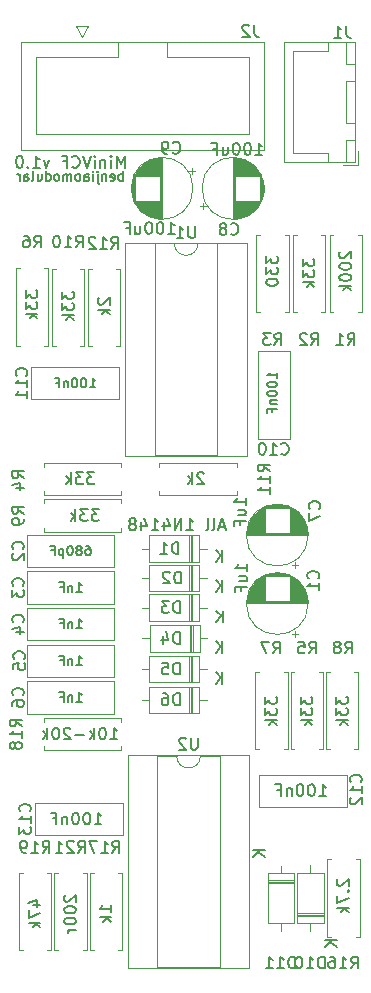
<source format=gbr>
%TF.GenerationSoftware,KiCad,Pcbnew,5.1.9+dfsg1-1~bpo10+1*%
%TF.CreationDate,2022-02-07T13:51:33+08:00*%
%TF.ProjectId,MiniVCF v1.0 - Main,4d696e69-5643-4462-9076-312e30202d20,rev?*%
%TF.SameCoordinates,Original*%
%TF.FileFunction,Legend,Bot*%
%TF.FilePolarity,Positive*%
%FSLAX46Y46*%
G04 Gerber Fmt 4.6, Leading zero omitted, Abs format (unit mm)*
G04 Created by KiCad (PCBNEW 5.1.9+dfsg1-1~bpo10+1) date 2022-02-07 13:51:33*
%MOMM*%
%LPD*%
G01*
G04 APERTURE LIST*
%ADD10C,0.150000*%
%ADD11C,0.120000*%
G04 APERTURE END LIST*
D10*
X113571428Y-65252380D02*
X113571428Y-64252380D01*
X113238095Y-64966666D01*
X112904761Y-64252380D01*
X112904761Y-65252380D01*
X112428571Y-65252380D02*
X112428571Y-64585714D01*
X112428571Y-64252380D02*
X112476190Y-64300000D01*
X112428571Y-64347619D01*
X112380952Y-64300000D01*
X112428571Y-64252380D01*
X112428571Y-64347619D01*
X111952380Y-64585714D02*
X111952380Y-65252380D01*
X111952380Y-64680952D02*
X111904761Y-64633333D01*
X111809523Y-64585714D01*
X111666666Y-64585714D01*
X111571428Y-64633333D01*
X111523809Y-64728571D01*
X111523809Y-65252380D01*
X111047619Y-65252380D02*
X111047619Y-64585714D01*
X111047619Y-64252380D02*
X111095238Y-64300000D01*
X111047619Y-64347619D01*
X111000000Y-64300000D01*
X111047619Y-64252380D01*
X111047619Y-64347619D01*
X110714285Y-64252380D02*
X110380952Y-65252380D01*
X110047619Y-64252380D01*
X109142857Y-65157142D02*
X109190476Y-65204761D01*
X109333333Y-65252380D01*
X109428571Y-65252380D01*
X109571428Y-65204761D01*
X109666666Y-65109523D01*
X109714285Y-65014285D01*
X109761904Y-64823809D01*
X109761904Y-64680952D01*
X109714285Y-64490476D01*
X109666666Y-64395238D01*
X109571428Y-64300000D01*
X109428571Y-64252380D01*
X109333333Y-64252380D01*
X109190476Y-64300000D01*
X109142857Y-64347619D01*
X108380952Y-64728571D02*
X108714285Y-64728571D01*
X108714285Y-65252380D02*
X108714285Y-64252380D01*
X108238095Y-64252380D01*
X107190476Y-64585714D02*
X106952380Y-65252380D01*
X106714285Y-64585714D01*
X105809523Y-65252380D02*
X106380952Y-65252380D01*
X106095238Y-65252380D02*
X106095238Y-64252380D01*
X106190476Y-64395238D01*
X106285714Y-64490476D01*
X106380952Y-64538095D01*
X105380952Y-65157142D02*
X105333333Y-65204761D01*
X105380952Y-65252380D01*
X105428571Y-65204761D01*
X105380952Y-65157142D01*
X105380952Y-65252380D01*
X104714285Y-64252380D02*
X104619047Y-64252380D01*
X104523809Y-64300000D01*
X104476190Y-64347619D01*
X104428571Y-64442857D01*
X104380952Y-64633333D01*
X104380952Y-64871428D01*
X104428571Y-65061904D01*
X104476190Y-65157142D01*
X104523809Y-65204761D01*
X104619047Y-65252380D01*
X104714285Y-65252380D01*
X104809523Y-65204761D01*
X104857142Y-65157142D01*
X104904761Y-65061904D01*
X104952380Y-64871428D01*
X104952380Y-64633333D01*
X104904761Y-64442857D01*
X104857142Y-64347619D01*
X104809523Y-64300000D01*
X104714285Y-64252380D01*
X113419047Y-66361904D02*
X113419047Y-65561904D01*
X113419047Y-65866666D02*
X113342857Y-65828571D01*
X113190476Y-65828571D01*
X113114285Y-65866666D01*
X113076190Y-65904761D01*
X113038095Y-65980952D01*
X113038095Y-66209523D01*
X113076190Y-66285714D01*
X113114285Y-66323809D01*
X113190476Y-66361904D01*
X113342857Y-66361904D01*
X113419047Y-66323809D01*
X112390476Y-66323809D02*
X112466666Y-66361904D01*
X112619047Y-66361904D01*
X112695238Y-66323809D01*
X112733333Y-66247619D01*
X112733333Y-65942857D01*
X112695238Y-65866666D01*
X112619047Y-65828571D01*
X112466666Y-65828571D01*
X112390476Y-65866666D01*
X112352380Y-65942857D01*
X112352380Y-66019047D01*
X112733333Y-66095238D01*
X112009523Y-65828571D02*
X112009523Y-66361904D01*
X112009523Y-65904761D02*
X111971428Y-65866666D01*
X111895238Y-65828571D01*
X111780952Y-65828571D01*
X111704761Y-65866666D01*
X111666666Y-65942857D01*
X111666666Y-66361904D01*
X111285714Y-65828571D02*
X111285714Y-66514285D01*
X111323809Y-66590476D01*
X111400000Y-66628571D01*
X111438095Y-66628571D01*
X111285714Y-65561904D02*
X111323809Y-65600000D01*
X111285714Y-65638095D01*
X111247619Y-65600000D01*
X111285714Y-65561904D01*
X111285714Y-65638095D01*
X110904761Y-66361904D02*
X110904761Y-65828571D01*
X110904761Y-65561904D02*
X110942857Y-65600000D01*
X110904761Y-65638095D01*
X110866666Y-65600000D01*
X110904761Y-65561904D01*
X110904761Y-65638095D01*
X110180952Y-66361904D02*
X110180952Y-65942857D01*
X110219047Y-65866666D01*
X110295238Y-65828571D01*
X110447619Y-65828571D01*
X110523809Y-65866666D01*
X110180952Y-66323809D02*
X110257142Y-66361904D01*
X110447619Y-66361904D01*
X110523809Y-66323809D01*
X110561904Y-66247619D01*
X110561904Y-66171428D01*
X110523809Y-66095238D01*
X110447619Y-66057142D01*
X110257142Y-66057142D01*
X110180952Y-66019047D01*
X109685714Y-66361904D02*
X109761904Y-66323809D01*
X109800000Y-66285714D01*
X109838095Y-66209523D01*
X109838095Y-65980952D01*
X109800000Y-65904761D01*
X109761904Y-65866666D01*
X109685714Y-65828571D01*
X109571428Y-65828571D01*
X109495238Y-65866666D01*
X109457142Y-65904761D01*
X109419047Y-65980952D01*
X109419047Y-66209523D01*
X109457142Y-66285714D01*
X109495238Y-66323809D01*
X109571428Y-66361904D01*
X109685714Y-66361904D01*
X109076190Y-66361904D02*
X109076190Y-65828571D01*
X109076190Y-65904761D02*
X109038095Y-65866666D01*
X108961904Y-65828571D01*
X108847619Y-65828571D01*
X108771428Y-65866666D01*
X108733333Y-65942857D01*
X108733333Y-66361904D01*
X108733333Y-65942857D02*
X108695238Y-65866666D01*
X108619047Y-65828571D01*
X108504761Y-65828571D01*
X108428571Y-65866666D01*
X108390476Y-65942857D01*
X108390476Y-66361904D01*
X107895238Y-66361904D02*
X107971428Y-66323809D01*
X108009523Y-66285714D01*
X108047619Y-66209523D01*
X108047619Y-65980952D01*
X108009523Y-65904761D01*
X107971428Y-65866666D01*
X107895238Y-65828571D01*
X107780952Y-65828571D01*
X107704761Y-65866666D01*
X107666666Y-65904761D01*
X107628571Y-65980952D01*
X107628571Y-66209523D01*
X107666666Y-66285714D01*
X107704761Y-66323809D01*
X107780952Y-66361904D01*
X107895238Y-66361904D01*
X106942857Y-66361904D02*
X106942857Y-65561904D01*
X106942857Y-66323809D02*
X107019047Y-66361904D01*
X107171428Y-66361904D01*
X107247619Y-66323809D01*
X107285714Y-66285714D01*
X107323809Y-66209523D01*
X107323809Y-65980952D01*
X107285714Y-65904761D01*
X107247619Y-65866666D01*
X107171428Y-65828571D01*
X107019047Y-65828571D01*
X106942857Y-65866666D01*
X106219047Y-65828571D02*
X106219047Y-66361904D01*
X106561904Y-65828571D02*
X106561904Y-66247619D01*
X106523809Y-66323809D01*
X106447619Y-66361904D01*
X106333333Y-66361904D01*
X106257142Y-66323809D01*
X106219047Y-66285714D01*
X105723809Y-66361904D02*
X105800000Y-66323809D01*
X105838095Y-66247619D01*
X105838095Y-65561904D01*
X105076190Y-66361904D02*
X105076190Y-65942857D01*
X105114285Y-65866666D01*
X105190476Y-65828571D01*
X105342857Y-65828571D01*
X105419047Y-65866666D01*
X105076190Y-66323809D02*
X105152380Y-66361904D01*
X105342857Y-66361904D01*
X105419047Y-66323809D01*
X105457142Y-66247619D01*
X105457142Y-66171428D01*
X105419047Y-66095238D01*
X105342857Y-66057142D01*
X105152380Y-66057142D01*
X105076190Y-66019047D01*
X104695238Y-66361904D02*
X104695238Y-65828571D01*
X104695238Y-65980952D02*
X104657142Y-65904761D01*
X104619047Y-65866666D01*
X104542857Y-65828571D01*
X104466666Y-65828571D01*
X122047619Y-95666666D02*
X121571428Y-95666666D01*
X122142857Y-95952380D02*
X121809523Y-94952380D01*
X121476190Y-95952380D01*
X121000000Y-95952380D02*
X121095238Y-95904761D01*
X121142857Y-95809523D01*
X121142857Y-94952380D01*
X120476190Y-95952380D02*
X120571428Y-95904761D01*
X120619047Y-95809523D01*
X120619047Y-94952380D01*
X118809523Y-95952380D02*
X119380952Y-95952380D01*
X119095238Y-95952380D02*
X119095238Y-94952380D01*
X119190476Y-95095238D01*
X119285714Y-95190476D01*
X119380952Y-95238095D01*
X118380952Y-95952380D02*
X118380952Y-94952380D01*
X117809523Y-95952380D01*
X117809523Y-94952380D01*
X116904761Y-95285714D02*
X116904761Y-95952380D01*
X117142857Y-94904761D02*
X117380952Y-95619047D01*
X116761904Y-95619047D01*
X115857142Y-95952380D02*
X116428571Y-95952380D01*
X116142857Y-95952380D02*
X116142857Y-94952380D01*
X116238095Y-95095238D01*
X116333333Y-95190476D01*
X116428571Y-95238095D01*
X115000000Y-95285714D02*
X115000000Y-95952380D01*
X115238095Y-94904761D02*
X115476190Y-95619047D01*
X114857142Y-95619047D01*
X114333333Y-95380952D02*
X114428571Y-95333333D01*
X114476190Y-95285714D01*
X114523809Y-95190476D01*
X114523809Y-95142857D01*
X114476190Y-95047619D01*
X114428571Y-95000000D01*
X114333333Y-94952380D01*
X114142857Y-94952380D01*
X114047619Y-95000000D01*
X114000000Y-95047619D01*
X113952380Y-95142857D01*
X113952380Y-95190476D01*
X114000000Y-95285714D01*
X114047619Y-95333333D01*
X114142857Y-95380952D01*
X114333333Y-95380952D01*
X114428571Y-95428571D01*
X114476190Y-95476190D01*
X114523809Y-95571428D01*
X114523809Y-95761904D01*
X114476190Y-95857142D01*
X114428571Y-95904761D01*
X114333333Y-95952380D01*
X114142857Y-95952380D01*
X114047619Y-95904761D01*
X114000000Y-95857142D01*
X113952380Y-95761904D01*
X113952380Y-95571428D01*
X114000000Y-95476190D01*
X114047619Y-95428571D01*
X114142857Y-95380952D01*
D11*
%TO.C,U2*%
X119990000Y-115070000D02*
X121640000Y-115070000D01*
X121640000Y-115070000D02*
X121640000Y-132970000D01*
X121640000Y-132970000D02*
X116340000Y-132970000D01*
X116340000Y-132970000D02*
X116340000Y-115070000D01*
X116340000Y-115070000D02*
X117990000Y-115070000D01*
X124130000Y-115010000D02*
X124130000Y-133030000D01*
X124130000Y-133030000D02*
X113850000Y-133030000D01*
X113850000Y-133030000D02*
X113850000Y-115010000D01*
X113850000Y-115010000D02*
X124130000Y-115010000D01*
X117990000Y-115070000D02*
G75*
G03*
X119990000Y-115070000I1000000J0D01*
G01*
%TO.C,D11*%
X125680000Y-124990000D02*
X127920000Y-124990000D01*
X127920000Y-124990000D02*
X127920000Y-129230000D01*
X127920000Y-129230000D02*
X125680000Y-129230000D01*
X125680000Y-129230000D02*
X125680000Y-124990000D01*
X126800000Y-124340000D02*
X126800000Y-124990000D01*
X126800000Y-129880000D02*
X126800000Y-129230000D01*
X125680000Y-125710000D02*
X127920000Y-125710000D01*
X125680000Y-125830000D02*
X127920000Y-125830000D01*
X125680000Y-125590000D02*
X127920000Y-125590000D01*
%TO.C,C1*%
X125460000Y-99989000D02*
X125057000Y-99989000D01*
X125460000Y-99949000D02*
X125117000Y-99949000D01*
X125460000Y-99909000D02*
X125181000Y-99909000D01*
X127943000Y-99989000D02*
X127540000Y-99989000D01*
X125460000Y-101109000D02*
X124135000Y-101109000D01*
X128848000Y-101069000D02*
X127540000Y-101069000D01*
X125460000Y-101069000D02*
X124152000Y-101069000D01*
X128829000Y-101029000D02*
X127540000Y-101029000D01*
X125460000Y-101029000D02*
X124171000Y-101029000D01*
X128810000Y-100989000D02*
X127540000Y-100989000D01*
X125460000Y-100989000D02*
X124190000Y-100989000D01*
X128199000Y-100189000D02*
X127540000Y-100189000D01*
X125460000Y-100189000D02*
X124801000Y-100189000D01*
X128153000Y-100149000D02*
X127540000Y-100149000D01*
X125460000Y-100149000D02*
X124847000Y-100149000D01*
X128790000Y-100949000D02*
X127540000Y-100949000D01*
X125460000Y-100949000D02*
X124210000Y-100949000D01*
X128768000Y-100909000D02*
X127540000Y-100909000D01*
X125460000Y-100909000D02*
X124232000Y-100909000D01*
X128747000Y-100869000D02*
X127540000Y-100869000D01*
X125460000Y-100869000D02*
X124253000Y-100869000D01*
X128724000Y-100829000D02*
X127540000Y-100829000D01*
X129076000Y-101990000D02*
X123924000Y-101990000D01*
X129073000Y-101950000D02*
X123927000Y-101950000D01*
X129069000Y-101910000D02*
X127540000Y-101910000D01*
X125460000Y-101910000D02*
X123931000Y-101910000D01*
X129065000Y-101870000D02*
X127540000Y-101870000D01*
X125460000Y-101870000D02*
X123935000Y-101870000D01*
X129061000Y-101830000D02*
X127540000Y-101830000D01*
X125460000Y-101830000D02*
X123939000Y-101830000D01*
X129056000Y-101790000D02*
X127540000Y-101790000D01*
X125460000Y-101790000D02*
X123944000Y-101790000D01*
X129050000Y-101750000D02*
X127540000Y-101750000D01*
X125460000Y-101750000D02*
X123950000Y-101750000D01*
X129043000Y-101710000D02*
X127540000Y-101710000D01*
X125460000Y-101710000D02*
X123957000Y-101710000D01*
X129036000Y-101670000D02*
X127540000Y-101670000D01*
X129001000Y-101510000D02*
X127540000Y-101510000D01*
X125460000Y-101510000D02*
X123999000Y-101510000D01*
X128991000Y-101470000D02*
X127540000Y-101470000D01*
X125460000Y-101470000D02*
X124009000Y-101470000D01*
X128980000Y-101429000D02*
X127540000Y-101429000D01*
X125460000Y-101429000D02*
X124020000Y-101429000D01*
X128968000Y-101389000D02*
X127540000Y-101389000D01*
X125460000Y-100549000D02*
X124465000Y-100549000D01*
X128504000Y-100509000D02*
X127540000Y-100509000D01*
X125460000Y-100509000D02*
X124496000Y-100509000D01*
X128471000Y-100469000D02*
X127540000Y-100469000D01*
X125460000Y-100469000D02*
X124529000Y-100469000D01*
X128437000Y-100429000D02*
X127540000Y-100429000D01*
X125460000Y-100429000D02*
X124563000Y-100429000D01*
X128622000Y-100669000D02*
X127540000Y-100669000D01*
X125460000Y-100669000D02*
X124378000Y-100669000D01*
X128595000Y-100629000D02*
X127540000Y-100629000D01*
X125460000Y-100629000D02*
X124405000Y-100629000D01*
X128565000Y-100589000D02*
X127540000Y-100589000D01*
X125460000Y-100589000D02*
X124435000Y-100589000D01*
X128535000Y-100549000D02*
X127540000Y-100549000D01*
X125460000Y-101670000D02*
X123964000Y-101670000D01*
X129028000Y-101630000D02*
X127540000Y-101630000D01*
X125460000Y-101630000D02*
X123972000Y-101630000D01*
X129020000Y-101590000D02*
X127540000Y-101590000D01*
X125460000Y-101590000D02*
X123980000Y-101590000D01*
X129011000Y-101550000D02*
X127540000Y-101550000D01*
X125460000Y-101550000D02*
X123989000Y-101550000D01*
X127883000Y-99949000D02*
X127540000Y-99949000D01*
X128914000Y-101229000D02*
X127540000Y-101229000D01*
X125460000Y-101229000D02*
X124086000Y-101229000D01*
X128898000Y-101189000D02*
X127540000Y-101189000D01*
X125460000Y-101189000D02*
X124102000Y-101189000D01*
X128882000Y-101149000D02*
X127540000Y-101149000D01*
X125460000Y-101149000D02*
X124118000Y-101149000D01*
X128865000Y-101109000D02*
X127540000Y-101109000D01*
X127305000Y-99669000D02*
X125695000Y-99669000D01*
X127177000Y-99629000D02*
X125823000Y-99629000D01*
X127018000Y-99589000D02*
X125982000Y-99589000D01*
X125460000Y-101389000D02*
X124032000Y-101389000D01*
X128955000Y-101349000D02*
X127540000Y-101349000D01*
X125460000Y-101349000D02*
X124045000Y-101349000D01*
X128942000Y-101309000D02*
X127540000Y-101309000D01*
X125460000Y-101309000D02*
X124058000Y-101309000D01*
X128928000Y-101269000D02*
X127540000Y-101269000D01*
X125460000Y-101269000D02*
X124072000Y-101269000D01*
X125460000Y-99869000D02*
X125249000Y-99869000D01*
X128285000Y-100269000D02*
X127540000Y-100269000D01*
X125460000Y-100269000D02*
X124715000Y-100269000D01*
X128243000Y-100229000D02*
X127540000Y-100229000D01*
X125460000Y-100229000D02*
X124757000Y-100229000D01*
X126784000Y-99549000D02*
X126216000Y-99549000D01*
X128225000Y-104704775D02*
X127725000Y-104704775D01*
X127975000Y-104954775D02*
X127975000Y-104454775D01*
X127678000Y-99829000D02*
X125322000Y-99829000D01*
X129120000Y-102150000D02*
G75*
G03*
X129120000Y-102150000I-2620000J0D01*
G01*
X129080000Y-102150000D02*
X123920000Y-102150000D01*
X129080000Y-102110000D02*
X123920000Y-102110000D01*
X129079000Y-102070000D02*
X123921000Y-102070000D01*
X129078000Y-102030000D02*
X123922000Y-102030000D01*
X128000000Y-100029000D02*
X127540000Y-100029000D01*
X125460000Y-100029000D02*
X125000000Y-100029000D01*
X125460000Y-100829000D02*
X124276000Y-100829000D01*
X128700000Y-100789000D02*
X127540000Y-100789000D01*
X125460000Y-100789000D02*
X124300000Y-100789000D01*
X128675000Y-100749000D02*
X127540000Y-100749000D01*
X125460000Y-100749000D02*
X124325000Y-100749000D01*
X128649000Y-100709000D02*
X127540000Y-100709000D01*
X125460000Y-100709000D02*
X124351000Y-100709000D01*
X128105000Y-100109000D02*
X127540000Y-100109000D01*
X125460000Y-100109000D02*
X124895000Y-100109000D01*
X127415000Y-99709000D02*
X125585000Y-99709000D01*
X127751000Y-99869000D02*
X127540000Y-99869000D01*
X127819000Y-99909000D02*
X127540000Y-99909000D01*
X127511000Y-99749000D02*
X125489000Y-99749000D01*
X128054000Y-100069000D02*
X127540000Y-100069000D01*
X125460000Y-100069000D02*
X124946000Y-100069000D01*
X127598000Y-99789000D02*
X125402000Y-99789000D01*
X128401000Y-100389000D02*
X127540000Y-100389000D01*
X125460000Y-100389000D02*
X124599000Y-100389000D01*
X128364000Y-100349000D02*
X127540000Y-100349000D01*
X125460000Y-100349000D02*
X124636000Y-100349000D01*
X128326000Y-100309000D02*
X127540000Y-100309000D01*
X125460000Y-100309000D02*
X124674000Y-100309000D01*
%TO.C,C7*%
X125460000Y-94509000D02*
X124674000Y-94509000D01*
X128326000Y-94509000D02*
X127540000Y-94509000D01*
X125460000Y-94549000D02*
X124636000Y-94549000D01*
X128364000Y-94549000D02*
X127540000Y-94549000D01*
X125460000Y-94589000D02*
X124599000Y-94589000D01*
X128401000Y-94589000D02*
X127540000Y-94589000D01*
X127598000Y-93989000D02*
X125402000Y-93989000D01*
X125460000Y-94269000D02*
X124946000Y-94269000D01*
X128054000Y-94269000D02*
X127540000Y-94269000D01*
X127511000Y-93949000D02*
X125489000Y-93949000D01*
X127819000Y-94109000D02*
X127540000Y-94109000D01*
X127751000Y-94069000D02*
X127540000Y-94069000D01*
X127415000Y-93909000D02*
X125585000Y-93909000D01*
X125460000Y-94309000D02*
X124895000Y-94309000D01*
X128105000Y-94309000D02*
X127540000Y-94309000D01*
X125460000Y-94909000D02*
X124351000Y-94909000D01*
X128649000Y-94909000D02*
X127540000Y-94909000D01*
X125460000Y-94949000D02*
X124325000Y-94949000D01*
X128675000Y-94949000D02*
X127540000Y-94949000D01*
X125460000Y-94989000D02*
X124300000Y-94989000D01*
X128700000Y-94989000D02*
X127540000Y-94989000D01*
X125460000Y-95029000D02*
X124276000Y-95029000D01*
X125460000Y-94229000D02*
X125000000Y-94229000D01*
X128000000Y-94229000D02*
X127540000Y-94229000D01*
X129078000Y-96230000D02*
X123922000Y-96230000D01*
X129079000Y-96270000D02*
X123921000Y-96270000D01*
X129080000Y-96310000D02*
X123920000Y-96310000D01*
X129080000Y-96350000D02*
X123920000Y-96350000D01*
X129120000Y-96350000D02*
G75*
G03*
X129120000Y-96350000I-2620000J0D01*
G01*
X127678000Y-94029000D02*
X125322000Y-94029000D01*
X127975000Y-99154775D02*
X127975000Y-98654775D01*
X128225000Y-98904775D02*
X127725000Y-98904775D01*
X126784000Y-93749000D02*
X126216000Y-93749000D01*
X125460000Y-94429000D02*
X124757000Y-94429000D01*
X128243000Y-94429000D02*
X127540000Y-94429000D01*
X125460000Y-94469000D02*
X124715000Y-94469000D01*
X128285000Y-94469000D02*
X127540000Y-94469000D01*
X125460000Y-94069000D02*
X125249000Y-94069000D01*
X125460000Y-95469000D02*
X124072000Y-95469000D01*
X128928000Y-95469000D02*
X127540000Y-95469000D01*
X125460000Y-95509000D02*
X124058000Y-95509000D01*
X128942000Y-95509000D02*
X127540000Y-95509000D01*
X125460000Y-95549000D02*
X124045000Y-95549000D01*
X128955000Y-95549000D02*
X127540000Y-95549000D01*
X125460000Y-95589000D02*
X124032000Y-95589000D01*
X127018000Y-93789000D02*
X125982000Y-93789000D01*
X127177000Y-93829000D02*
X125823000Y-93829000D01*
X127305000Y-93869000D02*
X125695000Y-93869000D01*
X128865000Y-95309000D02*
X127540000Y-95309000D01*
X125460000Y-95349000D02*
X124118000Y-95349000D01*
X128882000Y-95349000D02*
X127540000Y-95349000D01*
X125460000Y-95389000D02*
X124102000Y-95389000D01*
X128898000Y-95389000D02*
X127540000Y-95389000D01*
X125460000Y-95429000D02*
X124086000Y-95429000D01*
X128914000Y-95429000D02*
X127540000Y-95429000D01*
X127883000Y-94149000D02*
X127540000Y-94149000D01*
X125460000Y-95750000D02*
X123989000Y-95750000D01*
X129011000Y-95750000D02*
X127540000Y-95750000D01*
X125460000Y-95790000D02*
X123980000Y-95790000D01*
X129020000Y-95790000D02*
X127540000Y-95790000D01*
X125460000Y-95830000D02*
X123972000Y-95830000D01*
X129028000Y-95830000D02*
X127540000Y-95830000D01*
X125460000Y-95870000D02*
X123964000Y-95870000D01*
X128535000Y-94749000D02*
X127540000Y-94749000D01*
X125460000Y-94789000D02*
X124435000Y-94789000D01*
X128565000Y-94789000D02*
X127540000Y-94789000D01*
X125460000Y-94829000D02*
X124405000Y-94829000D01*
X128595000Y-94829000D02*
X127540000Y-94829000D01*
X125460000Y-94869000D02*
X124378000Y-94869000D01*
X128622000Y-94869000D02*
X127540000Y-94869000D01*
X125460000Y-94629000D02*
X124563000Y-94629000D01*
X128437000Y-94629000D02*
X127540000Y-94629000D01*
X125460000Y-94669000D02*
X124529000Y-94669000D01*
X128471000Y-94669000D02*
X127540000Y-94669000D01*
X125460000Y-94709000D02*
X124496000Y-94709000D01*
X128504000Y-94709000D02*
X127540000Y-94709000D01*
X125460000Y-94749000D02*
X124465000Y-94749000D01*
X128968000Y-95589000D02*
X127540000Y-95589000D01*
X125460000Y-95629000D02*
X124020000Y-95629000D01*
X128980000Y-95629000D02*
X127540000Y-95629000D01*
X125460000Y-95670000D02*
X124009000Y-95670000D01*
X128991000Y-95670000D02*
X127540000Y-95670000D01*
X125460000Y-95710000D02*
X123999000Y-95710000D01*
X129001000Y-95710000D02*
X127540000Y-95710000D01*
X129036000Y-95870000D02*
X127540000Y-95870000D01*
X125460000Y-95910000D02*
X123957000Y-95910000D01*
X129043000Y-95910000D02*
X127540000Y-95910000D01*
X125460000Y-95950000D02*
X123950000Y-95950000D01*
X129050000Y-95950000D02*
X127540000Y-95950000D01*
X125460000Y-95990000D02*
X123944000Y-95990000D01*
X129056000Y-95990000D02*
X127540000Y-95990000D01*
X125460000Y-96030000D02*
X123939000Y-96030000D01*
X129061000Y-96030000D02*
X127540000Y-96030000D01*
X125460000Y-96070000D02*
X123935000Y-96070000D01*
X129065000Y-96070000D02*
X127540000Y-96070000D01*
X125460000Y-96110000D02*
X123931000Y-96110000D01*
X129069000Y-96110000D02*
X127540000Y-96110000D01*
X129073000Y-96150000D02*
X123927000Y-96150000D01*
X129076000Y-96190000D02*
X123924000Y-96190000D01*
X128724000Y-95029000D02*
X127540000Y-95029000D01*
X125460000Y-95069000D02*
X124253000Y-95069000D01*
X128747000Y-95069000D02*
X127540000Y-95069000D01*
X125460000Y-95109000D02*
X124232000Y-95109000D01*
X128768000Y-95109000D02*
X127540000Y-95109000D01*
X125460000Y-95149000D02*
X124210000Y-95149000D01*
X128790000Y-95149000D02*
X127540000Y-95149000D01*
X125460000Y-94349000D02*
X124847000Y-94349000D01*
X128153000Y-94349000D02*
X127540000Y-94349000D01*
X125460000Y-94389000D02*
X124801000Y-94389000D01*
X128199000Y-94389000D02*
X127540000Y-94389000D01*
X125460000Y-95189000D02*
X124190000Y-95189000D01*
X128810000Y-95189000D02*
X127540000Y-95189000D01*
X125460000Y-95229000D02*
X124171000Y-95229000D01*
X128829000Y-95229000D02*
X127540000Y-95229000D01*
X125460000Y-95269000D02*
X124152000Y-95269000D01*
X128848000Y-95269000D02*
X127540000Y-95269000D01*
X125460000Y-95309000D02*
X124135000Y-95309000D01*
X127943000Y-94189000D02*
X127540000Y-94189000D01*
X125460000Y-94109000D02*
X125181000Y-94109000D01*
X125460000Y-94149000D02*
X125117000Y-94149000D01*
X125460000Y-94189000D02*
X125057000Y-94189000D01*
%TO.C,C10*%
X124830000Y-80780000D02*
X124830000Y-88220000D01*
X127570000Y-80780000D02*
X127570000Y-88220000D01*
X124830000Y-80780000D02*
X127570000Y-80780000D01*
X124830000Y-88220000D02*
X127570000Y-88220000D01*
%TO.C,C11*%
X113120000Y-84870000D02*
X113120000Y-82130000D01*
X105680000Y-84870000D02*
X105680000Y-82130000D01*
X105680000Y-82130000D02*
X113120000Y-82130000D01*
X105680000Y-84870000D02*
X113120000Y-84870000D01*
%TO.C,R1*%
X133670000Y-77460000D02*
X133670000Y-70920000D01*
X133340000Y-77460000D02*
X133670000Y-77460000D01*
X130930000Y-77460000D02*
X130930000Y-70920000D01*
X130930000Y-70920000D02*
X131260000Y-70920000D01*
X131260000Y-77460000D02*
X130930000Y-77460000D01*
X133670000Y-70920000D02*
X133340000Y-70920000D01*
%TO.C,R2*%
X127830000Y-77480000D02*
X128160000Y-77480000D01*
X130240000Y-70940000D02*
X130570000Y-70940000D01*
X130570000Y-77480000D02*
X130240000Y-77480000D01*
X130570000Y-70940000D02*
X130570000Y-77480000D01*
X128160000Y-70940000D02*
X127830000Y-70940000D01*
X127830000Y-70940000D02*
X127830000Y-77480000D01*
%TO.C,R3*%
X127470000Y-70920000D02*
X127140000Y-70920000D01*
X125060000Y-77460000D02*
X124730000Y-77460000D01*
X124730000Y-70920000D02*
X125060000Y-70920000D01*
X124730000Y-77460000D02*
X124730000Y-70920000D01*
X127140000Y-77460000D02*
X127470000Y-77460000D01*
X127470000Y-77460000D02*
X127470000Y-70920000D01*
%TO.C,R6*%
X107120000Y-73770000D02*
X106790000Y-73770000D01*
X104710000Y-80310000D02*
X104380000Y-80310000D01*
X104380000Y-73770000D02*
X104710000Y-73770000D01*
X104380000Y-80310000D02*
X104380000Y-73770000D01*
X106790000Y-80310000D02*
X107120000Y-80310000D01*
X107120000Y-80310000D02*
X107120000Y-73770000D01*
%TO.C,R10*%
X107430000Y-80330000D02*
X107760000Y-80330000D01*
X109840000Y-73790000D02*
X110170000Y-73790000D01*
X110170000Y-80330000D02*
X109840000Y-80330000D01*
X110170000Y-73790000D02*
X110170000Y-80330000D01*
X107760000Y-73790000D02*
X107430000Y-73790000D01*
X107430000Y-73790000D02*
X107430000Y-80330000D01*
%TO.C,R12*%
X110480000Y-73790000D02*
X110480000Y-80330000D01*
X110810000Y-73790000D02*
X110480000Y-73790000D01*
X113220000Y-73790000D02*
X113220000Y-80330000D01*
X113220000Y-80330000D02*
X112890000Y-80330000D01*
X112890000Y-73790000D02*
X113220000Y-73790000D01*
X110480000Y-80330000D02*
X110810000Y-80330000D01*
%TO.C,U1*%
X113650000Y-71610000D02*
X123930000Y-71610000D01*
X113650000Y-89630000D02*
X113650000Y-71610000D01*
X123930000Y-89630000D02*
X113650000Y-89630000D01*
X123930000Y-71610000D02*
X123930000Y-89630000D01*
X116140000Y-71670000D02*
X117790000Y-71670000D01*
X116140000Y-89570000D02*
X116140000Y-71670000D01*
X121440000Y-89570000D02*
X116140000Y-89570000D01*
X121440000Y-71670000D02*
X121440000Y-89570000D01*
X119790000Y-71670000D02*
X121440000Y-71670000D01*
X117790000Y-71670000D02*
G75*
G03*
X119790000Y-71670000I1000000J0D01*
G01*
%TO.C,C8*%
X120195225Y-68725000D02*
X120195225Y-68225000D01*
X119945225Y-68475000D02*
X120445225Y-68475000D01*
X125351000Y-67284000D02*
X125351000Y-66716000D01*
X125311000Y-67518000D02*
X125311000Y-66482000D01*
X125271000Y-67677000D02*
X125271000Y-66323000D01*
X125231000Y-67805000D02*
X125231000Y-66195000D01*
X125191000Y-67915000D02*
X125191000Y-66085000D01*
X125151000Y-68011000D02*
X125151000Y-65989000D01*
X125111000Y-68098000D02*
X125111000Y-65902000D01*
X125071000Y-68178000D02*
X125071000Y-65822000D01*
X125031000Y-65960000D02*
X125031000Y-65749000D01*
X125031000Y-68251000D02*
X125031000Y-68040000D01*
X124991000Y-65960000D02*
X124991000Y-65681000D01*
X124991000Y-68319000D02*
X124991000Y-68040000D01*
X124951000Y-65960000D02*
X124951000Y-65617000D01*
X124951000Y-68383000D02*
X124951000Y-68040000D01*
X124911000Y-65960000D02*
X124911000Y-65557000D01*
X124911000Y-68443000D02*
X124911000Y-68040000D01*
X124871000Y-65960000D02*
X124871000Y-65500000D01*
X124871000Y-68500000D02*
X124871000Y-68040000D01*
X124831000Y-65960000D02*
X124831000Y-65446000D01*
X124831000Y-68554000D02*
X124831000Y-68040000D01*
X124791000Y-65960000D02*
X124791000Y-65395000D01*
X124791000Y-68605000D02*
X124791000Y-68040000D01*
X124751000Y-65960000D02*
X124751000Y-65347000D01*
X124751000Y-68653000D02*
X124751000Y-68040000D01*
X124711000Y-65960000D02*
X124711000Y-65301000D01*
X124711000Y-68699000D02*
X124711000Y-68040000D01*
X124671000Y-65960000D02*
X124671000Y-65257000D01*
X124671000Y-68743000D02*
X124671000Y-68040000D01*
X124631000Y-65960000D02*
X124631000Y-65215000D01*
X124631000Y-68785000D02*
X124631000Y-68040000D01*
X124591000Y-65960000D02*
X124591000Y-65174000D01*
X124591000Y-68826000D02*
X124591000Y-68040000D01*
X124551000Y-65960000D02*
X124551000Y-65136000D01*
X124551000Y-68864000D02*
X124551000Y-68040000D01*
X124511000Y-65960000D02*
X124511000Y-65099000D01*
X124511000Y-68901000D02*
X124511000Y-68040000D01*
X124471000Y-65960000D02*
X124471000Y-65063000D01*
X124471000Y-68937000D02*
X124471000Y-68040000D01*
X124431000Y-65960000D02*
X124431000Y-65029000D01*
X124431000Y-68971000D02*
X124431000Y-68040000D01*
X124391000Y-65960000D02*
X124391000Y-64996000D01*
X124391000Y-69004000D02*
X124391000Y-68040000D01*
X124351000Y-65960000D02*
X124351000Y-64965000D01*
X124351000Y-69035000D02*
X124351000Y-68040000D01*
X124311000Y-65960000D02*
X124311000Y-64935000D01*
X124311000Y-69065000D02*
X124311000Y-68040000D01*
X124271000Y-65960000D02*
X124271000Y-64905000D01*
X124271000Y-69095000D02*
X124271000Y-68040000D01*
X124231000Y-65960000D02*
X124231000Y-64878000D01*
X124231000Y-69122000D02*
X124231000Y-68040000D01*
X124191000Y-65960000D02*
X124191000Y-64851000D01*
X124191000Y-69149000D02*
X124191000Y-68040000D01*
X124151000Y-65960000D02*
X124151000Y-64825000D01*
X124151000Y-69175000D02*
X124151000Y-68040000D01*
X124111000Y-65960000D02*
X124111000Y-64800000D01*
X124111000Y-69200000D02*
X124111000Y-68040000D01*
X124071000Y-65960000D02*
X124071000Y-64776000D01*
X124071000Y-69224000D02*
X124071000Y-68040000D01*
X124031000Y-65960000D02*
X124031000Y-64753000D01*
X124031000Y-69247000D02*
X124031000Y-68040000D01*
X123991000Y-65960000D02*
X123991000Y-64732000D01*
X123991000Y-69268000D02*
X123991000Y-68040000D01*
X123951000Y-65960000D02*
X123951000Y-64710000D01*
X123951000Y-69290000D02*
X123951000Y-68040000D01*
X123911000Y-65960000D02*
X123911000Y-64690000D01*
X123911000Y-69310000D02*
X123911000Y-68040000D01*
X123871000Y-65960000D02*
X123871000Y-64671000D01*
X123871000Y-69329000D02*
X123871000Y-68040000D01*
X123831000Y-65960000D02*
X123831000Y-64652000D01*
X123831000Y-69348000D02*
X123831000Y-68040000D01*
X123791000Y-65960000D02*
X123791000Y-64635000D01*
X123791000Y-69365000D02*
X123791000Y-68040000D01*
X123751000Y-65960000D02*
X123751000Y-64618000D01*
X123751000Y-69382000D02*
X123751000Y-68040000D01*
X123711000Y-65960000D02*
X123711000Y-64602000D01*
X123711000Y-69398000D02*
X123711000Y-68040000D01*
X123671000Y-65960000D02*
X123671000Y-64586000D01*
X123671000Y-69414000D02*
X123671000Y-68040000D01*
X123631000Y-65960000D02*
X123631000Y-64572000D01*
X123631000Y-69428000D02*
X123631000Y-68040000D01*
X123591000Y-65960000D02*
X123591000Y-64558000D01*
X123591000Y-69442000D02*
X123591000Y-68040000D01*
X123551000Y-65960000D02*
X123551000Y-64545000D01*
X123551000Y-69455000D02*
X123551000Y-68040000D01*
X123511000Y-65960000D02*
X123511000Y-64532000D01*
X123511000Y-69468000D02*
X123511000Y-68040000D01*
X123471000Y-65960000D02*
X123471000Y-64520000D01*
X123471000Y-69480000D02*
X123471000Y-68040000D01*
X123430000Y-65960000D02*
X123430000Y-64509000D01*
X123430000Y-69491000D02*
X123430000Y-68040000D01*
X123390000Y-65960000D02*
X123390000Y-64499000D01*
X123390000Y-69501000D02*
X123390000Y-68040000D01*
X123350000Y-65960000D02*
X123350000Y-64489000D01*
X123350000Y-69511000D02*
X123350000Y-68040000D01*
X123310000Y-65960000D02*
X123310000Y-64480000D01*
X123310000Y-69520000D02*
X123310000Y-68040000D01*
X123270000Y-65960000D02*
X123270000Y-64472000D01*
X123270000Y-69528000D02*
X123270000Y-68040000D01*
X123230000Y-65960000D02*
X123230000Y-64464000D01*
X123230000Y-69536000D02*
X123230000Y-68040000D01*
X123190000Y-65960000D02*
X123190000Y-64457000D01*
X123190000Y-69543000D02*
X123190000Y-68040000D01*
X123150000Y-65960000D02*
X123150000Y-64450000D01*
X123150000Y-69550000D02*
X123150000Y-68040000D01*
X123110000Y-65960000D02*
X123110000Y-64444000D01*
X123110000Y-69556000D02*
X123110000Y-68040000D01*
X123070000Y-65960000D02*
X123070000Y-64439000D01*
X123070000Y-69561000D02*
X123070000Y-68040000D01*
X123030000Y-65960000D02*
X123030000Y-64435000D01*
X123030000Y-69565000D02*
X123030000Y-68040000D01*
X122990000Y-65960000D02*
X122990000Y-64431000D01*
X122990000Y-69569000D02*
X122990000Y-68040000D01*
X122950000Y-69573000D02*
X122950000Y-64427000D01*
X122910000Y-69576000D02*
X122910000Y-64424000D01*
X122870000Y-69578000D02*
X122870000Y-64422000D01*
X122830000Y-69579000D02*
X122830000Y-64421000D01*
X122790000Y-69580000D02*
X122790000Y-64420000D01*
X122750000Y-69580000D02*
X122750000Y-64420000D01*
X125370000Y-67000000D02*
G75*
G03*
X125370000Y-67000000I-2620000J0D01*
G01*
%TO.C,C9*%
X119370000Y-67000000D02*
G75*
G03*
X119370000Y-67000000I-2620000J0D01*
G01*
X116750000Y-64420000D02*
X116750000Y-69580000D01*
X116710000Y-64420000D02*
X116710000Y-69580000D01*
X116670000Y-64421000D02*
X116670000Y-69579000D01*
X116630000Y-64422000D02*
X116630000Y-69578000D01*
X116590000Y-64424000D02*
X116590000Y-69576000D01*
X116550000Y-64427000D02*
X116550000Y-69573000D01*
X116510000Y-64431000D02*
X116510000Y-65960000D01*
X116510000Y-68040000D02*
X116510000Y-69569000D01*
X116470000Y-64435000D02*
X116470000Y-65960000D01*
X116470000Y-68040000D02*
X116470000Y-69565000D01*
X116430000Y-64439000D02*
X116430000Y-65960000D01*
X116430000Y-68040000D02*
X116430000Y-69561000D01*
X116390000Y-64444000D02*
X116390000Y-65960000D01*
X116390000Y-68040000D02*
X116390000Y-69556000D01*
X116350000Y-64450000D02*
X116350000Y-65960000D01*
X116350000Y-68040000D02*
X116350000Y-69550000D01*
X116310000Y-64457000D02*
X116310000Y-65960000D01*
X116310000Y-68040000D02*
X116310000Y-69543000D01*
X116270000Y-64464000D02*
X116270000Y-65960000D01*
X116270000Y-68040000D02*
X116270000Y-69536000D01*
X116230000Y-64472000D02*
X116230000Y-65960000D01*
X116230000Y-68040000D02*
X116230000Y-69528000D01*
X116190000Y-64480000D02*
X116190000Y-65960000D01*
X116190000Y-68040000D02*
X116190000Y-69520000D01*
X116150000Y-64489000D02*
X116150000Y-65960000D01*
X116150000Y-68040000D02*
X116150000Y-69511000D01*
X116110000Y-64499000D02*
X116110000Y-65960000D01*
X116110000Y-68040000D02*
X116110000Y-69501000D01*
X116070000Y-64509000D02*
X116070000Y-65960000D01*
X116070000Y-68040000D02*
X116070000Y-69491000D01*
X116029000Y-64520000D02*
X116029000Y-65960000D01*
X116029000Y-68040000D02*
X116029000Y-69480000D01*
X115989000Y-64532000D02*
X115989000Y-65960000D01*
X115989000Y-68040000D02*
X115989000Y-69468000D01*
X115949000Y-64545000D02*
X115949000Y-65960000D01*
X115949000Y-68040000D02*
X115949000Y-69455000D01*
X115909000Y-64558000D02*
X115909000Y-65960000D01*
X115909000Y-68040000D02*
X115909000Y-69442000D01*
X115869000Y-64572000D02*
X115869000Y-65960000D01*
X115869000Y-68040000D02*
X115869000Y-69428000D01*
X115829000Y-64586000D02*
X115829000Y-65960000D01*
X115829000Y-68040000D02*
X115829000Y-69414000D01*
X115789000Y-64602000D02*
X115789000Y-65960000D01*
X115789000Y-68040000D02*
X115789000Y-69398000D01*
X115749000Y-64618000D02*
X115749000Y-65960000D01*
X115749000Y-68040000D02*
X115749000Y-69382000D01*
X115709000Y-64635000D02*
X115709000Y-65960000D01*
X115709000Y-68040000D02*
X115709000Y-69365000D01*
X115669000Y-64652000D02*
X115669000Y-65960000D01*
X115669000Y-68040000D02*
X115669000Y-69348000D01*
X115629000Y-64671000D02*
X115629000Y-65960000D01*
X115629000Y-68040000D02*
X115629000Y-69329000D01*
X115589000Y-64690000D02*
X115589000Y-65960000D01*
X115589000Y-68040000D02*
X115589000Y-69310000D01*
X115549000Y-64710000D02*
X115549000Y-65960000D01*
X115549000Y-68040000D02*
X115549000Y-69290000D01*
X115509000Y-64732000D02*
X115509000Y-65960000D01*
X115509000Y-68040000D02*
X115509000Y-69268000D01*
X115469000Y-64753000D02*
X115469000Y-65960000D01*
X115469000Y-68040000D02*
X115469000Y-69247000D01*
X115429000Y-64776000D02*
X115429000Y-65960000D01*
X115429000Y-68040000D02*
X115429000Y-69224000D01*
X115389000Y-64800000D02*
X115389000Y-65960000D01*
X115389000Y-68040000D02*
X115389000Y-69200000D01*
X115349000Y-64825000D02*
X115349000Y-65960000D01*
X115349000Y-68040000D02*
X115349000Y-69175000D01*
X115309000Y-64851000D02*
X115309000Y-65960000D01*
X115309000Y-68040000D02*
X115309000Y-69149000D01*
X115269000Y-64878000D02*
X115269000Y-65960000D01*
X115269000Y-68040000D02*
X115269000Y-69122000D01*
X115229000Y-64905000D02*
X115229000Y-65960000D01*
X115229000Y-68040000D02*
X115229000Y-69095000D01*
X115189000Y-64935000D02*
X115189000Y-65960000D01*
X115189000Y-68040000D02*
X115189000Y-69065000D01*
X115149000Y-64965000D02*
X115149000Y-65960000D01*
X115149000Y-68040000D02*
X115149000Y-69035000D01*
X115109000Y-64996000D02*
X115109000Y-65960000D01*
X115109000Y-68040000D02*
X115109000Y-69004000D01*
X115069000Y-65029000D02*
X115069000Y-65960000D01*
X115069000Y-68040000D02*
X115069000Y-68971000D01*
X115029000Y-65063000D02*
X115029000Y-65960000D01*
X115029000Y-68040000D02*
X115029000Y-68937000D01*
X114989000Y-65099000D02*
X114989000Y-65960000D01*
X114989000Y-68040000D02*
X114989000Y-68901000D01*
X114949000Y-65136000D02*
X114949000Y-65960000D01*
X114949000Y-68040000D02*
X114949000Y-68864000D01*
X114909000Y-65174000D02*
X114909000Y-65960000D01*
X114909000Y-68040000D02*
X114909000Y-68826000D01*
X114869000Y-65215000D02*
X114869000Y-65960000D01*
X114869000Y-68040000D02*
X114869000Y-68785000D01*
X114829000Y-65257000D02*
X114829000Y-65960000D01*
X114829000Y-68040000D02*
X114829000Y-68743000D01*
X114789000Y-65301000D02*
X114789000Y-65960000D01*
X114789000Y-68040000D02*
X114789000Y-68699000D01*
X114749000Y-65347000D02*
X114749000Y-65960000D01*
X114749000Y-68040000D02*
X114749000Y-68653000D01*
X114709000Y-65395000D02*
X114709000Y-65960000D01*
X114709000Y-68040000D02*
X114709000Y-68605000D01*
X114669000Y-65446000D02*
X114669000Y-65960000D01*
X114669000Y-68040000D02*
X114669000Y-68554000D01*
X114629000Y-65500000D02*
X114629000Y-65960000D01*
X114629000Y-68040000D02*
X114629000Y-68500000D01*
X114589000Y-65557000D02*
X114589000Y-65960000D01*
X114589000Y-68040000D02*
X114589000Y-68443000D01*
X114549000Y-65617000D02*
X114549000Y-65960000D01*
X114549000Y-68040000D02*
X114549000Y-68383000D01*
X114509000Y-65681000D02*
X114509000Y-65960000D01*
X114509000Y-68040000D02*
X114509000Y-68319000D01*
X114469000Y-65749000D02*
X114469000Y-65960000D01*
X114469000Y-68040000D02*
X114469000Y-68251000D01*
X114429000Y-65822000D02*
X114429000Y-68178000D01*
X114389000Y-65902000D02*
X114389000Y-68098000D01*
X114349000Y-65989000D02*
X114349000Y-68011000D01*
X114309000Y-66085000D02*
X114309000Y-67915000D01*
X114269000Y-66195000D02*
X114269000Y-67805000D01*
X114229000Y-66323000D02*
X114229000Y-67677000D01*
X114189000Y-66482000D02*
X114189000Y-67518000D01*
X114149000Y-66716000D02*
X114149000Y-67284000D01*
X119554775Y-65525000D02*
X119054775Y-65525000D01*
X119304775Y-65275000D02*
X119304775Y-65775000D01*
%TO.C,J1*%
X133060000Y-64760000D02*
X127090000Y-64760000D01*
X127090000Y-64760000D02*
X127090000Y-54640000D01*
X127090000Y-54640000D02*
X133060000Y-54640000D01*
X133060000Y-54640000D02*
X133060000Y-64760000D01*
X133050000Y-61450000D02*
X132300000Y-61450000D01*
X132300000Y-61450000D02*
X132300000Y-57950000D01*
X132300000Y-57950000D02*
X133050000Y-57950000D01*
X133050000Y-57950000D02*
X133050000Y-61450000D01*
X133050000Y-64750000D02*
X132300000Y-64750000D01*
X132300000Y-64750000D02*
X132300000Y-62950000D01*
X132300000Y-62950000D02*
X133050000Y-62950000D01*
X133050000Y-62950000D02*
X133050000Y-64750000D01*
X133050000Y-56450000D02*
X132300000Y-56450000D01*
X132300000Y-56450000D02*
X132300000Y-54650000D01*
X132300000Y-54650000D02*
X133050000Y-54650000D01*
X133050000Y-54650000D02*
X133050000Y-56450000D01*
X130800000Y-64750000D02*
X130800000Y-64000000D01*
X130800000Y-64000000D02*
X127850000Y-64000000D01*
X127850000Y-64000000D02*
X127850000Y-59700000D01*
X130800000Y-54650000D02*
X130800000Y-55400000D01*
X130800000Y-55400000D02*
X127850000Y-55400000D01*
X127850000Y-55400000D02*
X127850000Y-59700000D01*
X133350000Y-63800000D02*
X133350000Y-65050000D01*
X133350000Y-65050000D02*
X132100000Y-65050000D01*
%TO.C,J2*%
X104790000Y-54610000D02*
X104790000Y-63730000D01*
X104790000Y-63730000D02*
X125370000Y-63730000D01*
X125370000Y-63730000D02*
X125370000Y-54610000D01*
X125370000Y-54610000D02*
X104790000Y-54610000D01*
X113030000Y-54610000D02*
X113030000Y-55920000D01*
X113030000Y-55920000D02*
X106090000Y-55920000D01*
X106090000Y-55920000D02*
X106090000Y-62420000D01*
X106090000Y-62420000D02*
X124070000Y-62420000D01*
X124070000Y-62420000D02*
X124070000Y-55920000D01*
X124070000Y-55920000D02*
X117130000Y-55920000D01*
X117130000Y-55920000D02*
X117130000Y-55920000D01*
X117130000Y-55920000D02*
X117130000Y-54610000D01*
X110000000Y-54220000D02*
X109500000Y-53220000D01*
X109500000Y-53220000D02*
X110500000Y-53220000D01*
X110500000Y-53220000D02*
X110000000Y-54220000D01*
%TO.C,C2*%
X112720000Y-96330000D02*
X112720000Y-99070000D01*
X112720000Y-99070000D02*
X105280000Y-99070000D01*
X112720000Y-96330000D02*
X105280000Y-96330000D01*
X105280000Y-96330000D02*
X105280000Y-99070000D01*
%TO.C,C3*%
X105280000Y-99430000D02*
X105280000Y-102170000D01*
X112720000Y-99430000D02*
X105280000Y-99430000D01*
X112720000Y-102170000D02*
X105280000Y-102170000D01*
X112720000Y-99430000D02*
X112720000Y-102170000D01*
%TO.C,C4*%
X105280000Y-102530000D02*
X105280000Y-105270000D01*
X112720000Y-102530000D02*
X105280000Y-102530000D01*
X112720000Y-105270000D02*
X105280000Y-105270000D01*
X112720000Y-102530000D02*
X112720000Y-105270000D01*
%TO.C,C5*%
X112720000Y-105630000D02*
X112720000Y-108370000D01*
X112720000Y-108370000D02*
X105280000Y-108370000D01*
X112720000Y-105630000D02*
X105280000Y-105630000D01*
X105280000Y-105630000D02*
X105280000Y-108370000D01*
%TO.C,C6*%
X105280000Y-108730000D02*
X105280000Y-111470000D01*
X112720000Y-108730000D02*
X105280000Y-108730000D01*
X112720000Y-111470000D02*
X105280000Y-111470000D01*
X112720000Y-108730000D02*
X112720000Y-111470000D01*
%TO.C,C12*%
X124980000Y-119370000D02*
X132420000Y-119370000D01*
X124980000Y-116630000D02*
X132420000Y-116630000D01*
X124980000Y-119370000D02*
X124980000Y-116630000D01*
X132420000Y-119370000D02*
X132420000Y-116630000D01*
%TO.C,C13*%
X113420000Y-121770000D02*
X113420000Y-119030000D01*
X105980000Y-121770000D02*
X105980000Y-119030000D01*
X105980000Y-119030000D02*
X113420000Y-119030000D01*
X105980000Y-121770000D02*
X113420000Y-121770000D01*
%TO.C,D1*%
X119310000Y-96380000D02*
X119310000Y-98620000D01*
X119070000Y-96380000D02*
X119070000Y-98620000D01*
X119190000Y-96380000D02*
X119190000Y-98620000D01*
X115020000Y-97500000D02*
X115670000Y-97500000D01*
X120560000Y-97500000D02*
X119910000Y-97500000D01*
X115670000Y-96380000D02*
X119910000Y-96380000D01*
X115670000Y-98620000D02*
X115670000Y-96380000D01*
X119910000Y-98620000D02*
X115670000Y-98620000D01*
X119910000Y-96380000D02*
X119910000Y-98620000D01*
%TO.C,D2*%
X119910000Y-98880000D02*
X119910000Y-101120000D01*
X119910000Y-101120000D02*
X115670000Y-101120000D01*
X115670000Y-101120000D02*
X115670000Y-98880000D01*
X115670000Y-98880000D02*
X119910000Y-98880000D01*
X120560000Y-100000000D02*
X119910000Y-100000000D01*
X115020000Y-100000000D02*
X115670000Y-100000000D01*
X119190000Y-98880000D02*
X119190000Y-101120000D01*
X119070000Y-98880000D02*
X119070000Y-101120000D01*
X119310000Y-98880000D02*
X119310000Y-101120000D01*
%TO.C,D3*%
X119310000Y-101380000D02*
X119310000Y-103620000D01*
X119070000Y-101380000D02*
X119070000Y-103620000D01*
X119190000Y-101380000D02*
X119190000Y-103620000D01*
X115020000Y-102500000D02*
X115670000Y-102500000D01*
X120560000Y-102500000D02*
X119910000Y-102500000D01*
X115670000Y-101380000D02*
X119910000Y-101380000D01*
X115670000Y-103620000D02*
X115670000Y-101380000D01*
X119910000Y-103620000D02*
X115670000Y-103620000D01*
X119910000Y-101380000D02*
X119910000Y-103620000D01*
%TO.C,D4*%
X119330000Y-103980000D02*
X119330000Y-106220000D01*
X119090000Y-103980000D02*
X119090000Y-106220000D01*
X119210000Y-103980000D02*
X119210000Y-106220000D01*
X115040000Y-105100000D02*
X115690000Y-105100000D01*
X120580000Y-105100000D02*
X119930000Y-105100000D01*
X115690000Y-103980000D02*
X119930000Y-103980000D01*
X115690000Y-106220000D02*
X115690000Y-103980000D01*
X119930000Y-106220000D02*
X115690000Y-106220000D01*
X119930000Y-103980000D02*
X119930000Y-106220000D01*
%TO.C,D5*%
X119910000Y-106580000D02*
X119910000Y-108820000D01*
X119910000Y-108820000D02*
X115670000Y-108820000D01*
X115670000Y-108820000D02*
X115670000Y-106580000D01*
X115670000Y-106580000D02*
X119910000Y-106580000D01*
X120560000Y-107700000D02*
X119910000Y-107700000D01*
X115020000Y-107700000D02*
X115670000Y-107700000D01*
X119190000Y-106580000D02*
X119190000Y-108820000D01*
X119070000Y-106580000D02*
X119070000Y-108820000D01*
X119310000Y-106580000D02*
X119310000Y-108820000D01*
%TO.C,D6*%
X119310000Y-109180000D02*
X119310000Y-111420000D01*
X119070000Y-109180000D02*
X119070000Y-111420000D01*
X119190000Y-109180000D02*
X119190000Y-111420000D01*
X115020000Y-110300000D02*
X115670000Y-110300000D01*
X120560000Y-110300000D02*
X119910000Y-110300000D01*
X115670000Y-109180000D02*
X119910000Y-109180000D01*
X115670000Y-111420000D02*
X115670000Y-109180000D01*
X119910000Y-111420000D02*
X115670000Y-111420000D01*
X119910000Y-109180000D02*
X119910000Y-111420000D01*
%TO.C,D10*%
X130420000Y-129210000D02*
X128180000Y-129210000D01*
X128180000Y-129210000D02*
X128180000Y-124970000D01*
X128180000Y-124970000D02*
X130420000Y-124970000D01*
X130420000Y-124970000D02*
X130420000Y-129210000D01*
X129300000Y-129860000D02*
X129300000Y-129210000D01*
X129300000Y-124320000D02*
X129300000Y-124970000D01*
X130420000Y-128490000D02*
X128180000Y-128490000D01*
X130420000Y-128370000D02*
X128180000Y-128370000D01*
X130420000Y-128610000D02*
X128180000Y-128610000D01*
%TO.C,R4*%
X106720000Y-90230000D02*
X106720000Y-90560000D01*
X113260000Y-92640000D02*
X113260000Y-92970000D01*
X106720000Y-92970000D02*
X106720000Y-92640000D01*
X113260000Y-92970000D02*
X106720000Y-92970000D01*
X113260000Y-90560000D02*
X113260000Y-90230000D01*
X113260000Y-90230000D02*
X106720000Y-90230000D01*
%TO.C,R5*%
X127630000Y-107940000D02*
X127630000Y-114480000D01*
X127960000Y-107940000D02*
X127630000Y-107940000D01*
X130370000Y-107940000D02*
X130370000Y-114480000D01*
X130370000Y-114480000D02*
X130040000Y-114480000D01*
X130040000Y-107940000D02*
X130370000Y-107940000D01*
X127630000Y-114480000D02*
X127960000Y-114480000D01*
%TO.C,R7*%
X127370000Y-107920000D02*
X127040000Y-107920000D01*
X124960000Y-114460000D02*
X124630000Y-114460000D01*
X124630000Y-107920000D02*
X124960000Y-107920000D01*
X124630000Y-114460000D02*
X124630000Y-107920000D01*
X127040000Y-114460000D02*
X127370000Y-114460000D01*
X127370000Y-114460000D02*
X127370000Y-107920000D01*
%TO.C,R8*%
X130630000Y-107940000D02*
X130630000Y-114480000D01*
X130960000Y-107940000D02*
X130630000Y-107940000D01*
X133370000Y-107940000D02*
X133370000Y-114480000D01*
X133370000Y-114480000D02*
X133040000Y-114480000D01*
X133040000Y-107940000D02*
X133370000Y-107940000D01*
X130630000Y-114480000D02*
X130960000Y-114480000D01*
%TO.C,R9*%
X113280000Y-96070000D02*
X113280000Y-95740000D01*
X106740000Y-93660000D02*
X106740000Y-93330000D01*
X113280000Y-93330000D02*
X113280000Y-93660000D01*
X106740000Y-93330000D02*
X113280000Y-93330000D01*
X106740000Y-95740000D02*
X106740000Y-96070000D01*
X106740000Y-96070000D02*
X113280000Y-96070000D01*
%TO.C,R11*%
X123060000Y-90230000D02*
X116520000Y-90230000D01*
X123060000Y-90560000D02*
X123060000Y-90230000D01*
X123060000Y-92970000D02*
X116520000Y-92970000D01*
X116520000Y-92970000D02*
X116520000Y-92640000D01*
X123060000Y-92640000D02*
X123060000Y-92970000D01*
X116520000Y-90230000D02*
X116520000Y-90560000D01*
%TO.C,R16*%
X133470000Y-123820000D02*
X133140000Y-123820000D01*
X131060000Y-130360000D02*
X130730000Y-130360000D01*
X130730000Y-123820000D02*
X131060000Y-123820000D01*
X130730000Y-130360000D02*
X130730000Y-123820000D01*
X133140000Y-130360000D02*
X133470000Y-130360000D01*
X133470000Y-130360000D02*
X133470000Y-123820000D01*
%TO.C,R17*%
X110630000Y-131480000D02*
X110960000Y-131480000D01*
X113040000Y-124940000D02*
X113370000Y-124940000D01*
X113370000Y-131480000D02*
X113040000Y-131480000D01*
X113370000Y-124940000D02*
X113370000Y-131480000D01*
X110960000Y-124940000D02*
X110630000Y-124940000D01*
X110630000Y-124940000D02*
X110630000Y-131480000D01*
%TO.C,R18*%
X113260000Y-111830000D02*
X106720000Y-111830000D01*
X113260000Y-112160000D02*
X113260000Y-111830000D01*
X113260000Y-114570000D02*
X106720000Y-114570000D01*
X106720000Y-114570000D02*
X106720000Y-114240000D01*
X113260000Y-114240000D02*
X113260000Y-114570000D01*
X106720000Y-111830000D02*
X106720000Y-112160000D01*
%TO.C,R19*%
X104630000Y-124940000D02*
X104630000Y-131480000D01*
X104960000Y-124940000D02*
X104630000Y-124940000D01*
X107370000Y-124940000D02*
X107370000Y-131480000D01*
X107370000Y-131480000D02*
X107040000Y-131480000D01*
X107040000Y-124940000D02*
X107370000Y-124940000D01*
X104630000Y-131480000D02*
X104960000Y-131480000D01*
%TO.C,R21*%
X107630000Y-131480000D02*
X107960000Y-131480000D01*
X110040000Y-124940000D02*
X110370000Y-124940000D01*
X110370000Y-131480000D02*
X110040000Y-131480000D01*
X110370000Y-124940000D02*
X110370000Y-131480000D01*
X107960000Y-124940000D02*
X107630000Y-124940000D01*
X107630000Y-124940000D02*
X107630000Y-131480000D01*
%TO.C,U2*%
D10*
X119751904Y-113522380D02*
X119751904Y-114331904D01*
X119704285Y-114427142D01*
X119656666Y-114474761D01*
X119561428Y-114522380D01*
X119370952Y-114522380D01*
X119275714Y-114474761D01*
X119228095Y-114427142D01*
X119180476Y-114331904D01*
X119180476Y-113522380D01*
X118751904Y-113617619D02*
X118704285Y-113570000D01*
X118609047Y-113522380D01*
X118370952Y-113522380D01*
X118275714Y-113570000D01*
X118228095Y-113617619D01*
X118180476Y-113712857D01*
X118180476Y-113808095D01*
X118228095Y-113950952D01*
X118799523Y-114522380D01*
X118180476Y-114522380D01*
%TO.C,D11*%
X128014285Y-133052380D02*
X128014285Y-132052380D01*
X127776190Y-132052380D01*
X127633333Y-132100000D01*
X127538095Y-132195238D01*
X127490476Y-132290476D01*
X127442857Y-132480952D01*
X127442857Y-132623809D01*
X127490476Y-132814285D01*
X127538095Y-132909523D01*
X127633333Y-133004761D01*
X127776190Y-133052380D01*
X128014285Y-133052380D01*
X126490476Y-133052380D02*
X127061904Y-133052380D01*
X126776190Y-133052380D02*
X126776190Y-132052380D01*
X126871428Y-132195238D01*
X126966666Y-132290476D01*
X127061904Y-132338095D01*
X125538095Y-133052380D02*
X126109523Y-133052380D01*
X125823809Y-133052380D02*
X125823809Y-132052380D01*
X125919047Y-132195238D01*
X126014285Y-132290476D01*
X126109523Y-132338095D01*
X125452380Y-123038095D02*
X124452380Y-123038095D01*
X125452380Y-123609523D02*
X124880952Y-123180952D01*
X124452380Y-123609523D02*
X125023809Y-123038095D01*
%TO.C,C1*%
X129957142Y-100033333D02*
X130004761Y-99985714D01*
X130052380Y-99842857D01*
X130052380Y-99747619D01*
X130004761Y-99604761D01*
X129909523Y-99509523D01*
X129814285Y-99461904D01*
X129623809Y-99414285D01*
X129480952Y-99414285D01*
X129290476Y-99461904D01*
X129195238Y-99509523D01*
X129100000Y-99604761D01*
X129052380Y-99747619D01*
X129052380Y-99842857D01*
X129100000Y-99985714D01*
X129147619Y-100033333D01*
X130052380Y-100985714D02*
X130052380Y-100414285D01*
X130052380Y-100700000D02*
X129052380Y-100700000D01*
X129195238Y-100604761D01*
X129290476Y-100509523D01*
X129338095Y-100414285D01*
X123952380Y-99404761D02*
X123952380Y-98833333D01*
X123952380Y-99119047D02*
X122952380Y-99119047D01*
X123095238Y-99023809D01*
X123190476Y-98928571D01*
X123238095Y-98833333D01*
X123285714Y-100261904D02*
X123952380Y-100261904D01*
X123285714Y-99833333D02*
X123809523Y-99833333D01*
X123904761Y-99880952D01*
X123952380Y-99976190D01*
X123952380Y-100119047D01*
X123904761Y-100214285D01*
X123857142Y-100261904D01*
X123428571Y-101071428D02*
X123428571Y-100738095D01*
X123952380Y-100738095D02*
X122952380Y-100738095D01*
X122952380Y-101214285D01*
%TO.C,C7*%
X130057142Y-94133333D02*
X130104761Y-94085714D01*
X130152380Y-93942857D01*
X130152380Y-93847619D01*
X130104761Y-93704761D01*
X130009523Y-93609523D01*
X129914285Y-93561904D01*
X129723809Y-93514285D01*
X129580952Y-93514285D01*
X129390476Y-93561904D01*
X129295238Y-93609523D01*
X129200000Y-93704761D01*
X129152380Y-93847619D01*
X129152380Y-93942857D01*
X129200000Y-94085714D01*
X129247619Y-94133333D01*
X129152380Y-94466666D02*
X129152380Y-95133333D01*
X130152380Y-94704761D01*
X123852380Y-93804761D02*
X123852380Y-93233333D01*
X123852380Y-93519047D02*
X122852380Y-93519047D01*
X122995238Y-93423809D01*
X123090476Y-93328571D01*
X123138095Y-93233333D01*
X123185714Y-94661904D02*
X123852380Y-94661904D01*
X123185714Y-94233333D02*
X123709523Y-94233333D01*
X123804761Y-94280952D01*
X123852380Y-94376190D01*
X123852380Y-94519047D01*
X123804761Y-94614285D01*
X123757142Y-94661904D01*
X123328571Y-95471428D02*
X123328571Y-95138095D01*
X123852380Y-95138095D02*
X122852380Y-95138095D01*
X122852380Y-95614285D01*
%TO.C,C10*%
X126842857Y-89457142D02*
X126890476Y-89504761D01*
X127033333Y-89552380D01*
X127128571Y-89552380D01*
X127271428Y-89504761D01*
X127366666Y-89409523D01*
X127414285Y-89314285D01*
X127461904Y-89123809D01*
X127461904Y-88980952D01*
X127414285Y-88790476D01*
X127366666Y-88695238D01*
X127271428Y-88600000D01*
X127128571Y-88552380D01*
X127033333Y-88552380D01*
X126890476Y-88600000D01*
X126842857Y-88647619D01*
X125890476Y-89552380D02*
X126461904Y-89552380D01*
X126176190Y-89552380D02*
X126176190Y-88552380D01*
X126271428Y-88695238D01*
X126366666Y-88790476D01*
X126461904Y-88838095D01*
X125271428Y-88552380D02*
X125176190Y-88552380D01*
X125080952Y-88600000D01*
X125033333Y-88647619D01*
X124985714Y-88742857D01*
X124938095Y-88933333D01*
X124938095Y-89171428D01*
X124985714Y-89361904D01*
X125033333Y-89457142D01*
X125080952Y-89504761D01*
X125176190Y-89552380D01*
X125271428Y-89552380D01*
X125366666Y-89504761D01*
X125414285Y-89457142D01*
X125461904Y-89361904D01*
X125509523Y-89171428D01*
X125509523Y-88933333D01*
X125461904Y-88742857D01*
X125414285Y-88647619D01*
X125366666Y-88600000D01*
X125271428Y-88552380D01*
X126461904Y-83061904D02*
X126461904Y-82604761D01*
X126461904Y-82833333D02*
X125661904Y-82833333D01*
X125776190Y-82757142D01*
X125852380Y-82680952D01*
X125890476Y-82604761D01*
X125661904Y-83557142D02*
X125661904Y-83633333D01*
X125700000Y-83709523D01*
X125738095Y-83747619D01*
X125814285Y-83785714D01*
X125966666Y-83823809D01*
X126157142Y-83823809D01*
X126309523Y-83785714D01*
X126385714Y-83747619D01*
X126423809Y-83709523D01*
X126461904Y-83633333D01*
X126461904Y-83557142D01*
X126423809Y-83480952D01*
X126385714Y-83442857D01*
X126309523Y-83404761D01*
X126157142Y-83366666D01*
X125966666Y-83366666D01*
X125814285Y-83404761D01*
X125738095Y-83442857D01*
X125700000Y-83480952D01*
X125661904Y-83557142D01*
X125661904Y-84319047D02*
X125661904Y-84395238D01*
X125700000Y-84471428D01*
X125738095Y-84509523D01*
X125814285Y-84547619D01*
X125966666Y-84585714D01*
X126157142Y-84585714D01*
X126309523Y-84547619D01*
X126385714Y-84509523D01*
X126423809Y-84471428D01*
X126461904Y-84395238D01*
X126461904Y-84319047D01*
X126423809Y-84242857D01*
X126385714Y-84204761D01*
X126309523Y-84166666D01*
X126157142Y-84128571D01*
X125966666Y-84128571D01*
X125814285Y-84166666D01*
X125738095Y-84204761D01*
X125700000Y-84242857D01*
X125661904Y-84319047D01*
X125928571Y-84928571D02*
X126461904Y-84928571D01*
X126004761Y-84928571D02*
X125966666Y-84966666D01*
X125928571Y-85042857D01*
X125928571Y-85157142D01*
X125966666Y-85233333D01*
X126042857Y-85271428D01*
X126461904Y-85271428D01*
X126042857Y-85919047D02*
X126042857Y-85652380D01*
X126461904Y-85652380D02*
X125661904Y-85652380D01*
X125661904Y-86033333D01*
%TO.C,C11*%
X105257142Y-82857142D02*
X105304761Y-82809523D01*
X105352380Y-82666666D01*
X105352380Y-82571428D01*
X105304761Y-82428571D01*
X105209523Y-82333333D01*
X105114285Y-82285714D01*
X104923809Y-82238095D01*
X104780952Y-82238095D01*
X104590476Y-82285714D01*
X104495238Y-82333333D01*
X104400000Y-82428571D01*
X104352380Y-82571428D01*
X104352380Y-82666666D01*
X104400000Y-82809523D01*
X104447619Y-82857142D01*
X105352380Y-83809523D02*
X105352380Y-83238095D01*
X105352380Y-83523809D02*
X104352380Y-83523809D01*
X104495238Y-83428571D01*
X104590476Y-83333333D01*
X104638095Y-83238095D01*
X105352380Y-84761904D02*
X105352380Y-84190476D01*
X105352380Y-84476190D02*
X104352380Y-84476190D01*
X104495238Y-84380952D01*
X104590476Y-84285714D01*
X104638095Y-84190476D01*
X110638095Y-83861904D02*
X111095238Y-83861904D01*
X110866666Y-83861904D02*
X110866666Y-83061904D01*
X110942857Y-83176190D01*
X111019047Y-83252380D01*
X111095238Y-83290476D01*
X110142857Y-83061904D02*
X110066666Y-83061904D01*
X109990476Y-83100000D01*
X109952380Y-83138095D01*
X109914285Y-83214285D01*
X109876190Y-83366666D01*
X109876190Y-83557142D01*
X109914285Y-83709523D01*
X109952380Y-83785714D01*
X109990476Y-83823809D01*
X110066666Y-83861904D01*
X110142857Y-83861904D01*
X110219047Y-83823809D01*
X110257142Y-83785714D01*
X110295238Y-83709523D01*
X110333333Y-83557142D01*
X110333333Y-83366666D01*
X110295238Y-83214285D01*
X110257142Y-83138095D01*
X110219047Y-83100000D01*
X110142857Y-83061904D01*
X109380952Y-83061904D02*
X109304761Y-83061904D01*
X109228571Y-83100000D01*
X109190476Y-83138095D01*
X109152380Y-83214285D01*
X109114285Y-83366666D01*
X109114285Y-83557142D01*
X109152380Y-83709523D01*
X109190476Y-83785714D01*
X109228571Y-83823809D01*
X109304761Y-83861904D01*
X109380952Y-83861904D01*
X109457142Y-83823809D01*
X109495238Y-83785714D01*
X109533333Y-83709523D01*
X109571428Y-83557142D01*
X109571428Y-83366666D01*
X109533333Y-83214285D01*
X109495238Y-83138095D01*
X109457142Y-83100000D01*
X109380952Y-83061904D01*
X108771428Y-83328571D02*
X108771428Y-83861904D01*
X108771428Y-83404761D02*
X108733333Y-83366666D01*
X108657142Y-83328571D01*
X108542857Y-83328571D01*
X108466666Y-83366666D01*
X108428571Y-83442857D01*
X108428571Y-83861904D01*
X107780952Y-83442857D02*
X108047619Y-83442857D01*
X108047619Y-83861904D02*
X108047619Y-83061904D01*
X107666666Y-83061904D01*
%TO.C,R1*%
X132466666Y-80252380D02*
X132800000Y-79776190D01*
X133038095Y-80252380D02*
X133038095Y-79252380D01*
X132657142Y-79252380D01*
X132561904Y-79300000D01*
X132514285Y-79347619D01*
X132466666Y-79442857D01*
X132466666Y-79585714D01*
X132514285Y-79680952D01*
X132561904Y-79728571D01*
X132657142Y-79776190D01*
X133038095Y-79776190D01*
X131514285Y-80252380D02*
X132085714Y-80252380D01*
X131800000Y-80252380D02*
X131800000Y-79252380D01*
X131895238Y-79395238D01*
X131990476Y-79490476D01*
X132085714Y-79538095D01*
X131847619Y-72357142D02*
X131800000Y-72404761D01*
X131752380Y-72500000D01*
X131752380Y-72738095D01*
X131800000Y-72833333D01*
X131847619Y-72880952D01*
X131942857Y-72928571D01*
X132038095Y-72928571D01*
X132180952Y-72880952D01*
X132752380Y-72309523D01*
X132752380Y-72928571D01*
X131752380Y-73547619D02*
X131752380Y-73642857D01*
X131800000Y-73738095D01*
X131847619Y-73785714D01*
X131942857Y-73833333D01*
X132133333Y-73880952D01*
X132371428Y-73880952D01*
X132561904Y-73833333D01*
X132657142Y-73785714D01*
X132704761Y-73738095D01*
X132752380Y-73642857D01*
X132752380Y-73547619D01*
X132704761Y-73452380D01*
X132657142Y-73404761D01*
X132561904Y-73357142D01*
X132371428Y-73309523D01*
X132133333Y-73309523D01*
X131942857Y-73357142D01*
X131847619Y-73404761D01*
X131800000Y-73452380D01*
X131752380Y-73547619D01*
X131752380Y-74500000D02*
X131752380Y-74595238D01*
X131800000Y-74690476D01*
X131847619Y-74738095D01*
X131942857Y-74785714D01*
X132133333Y-74833333D01*
X132371428Y-74833333D01*
X132561904Y-74785714D01*
X132657142Y-74738095D01*
X132704761Y-74690476D01*
X132752380Y-74595238D01*
X132752380Y-74500000D01*
X132704761Y-74404761D01*
X132657142Y-74357142D01*
X132561904Y-74309523D01*
X132371428Y-74261904D01*
X132133333Y-74261904D01*
X131942857Y-74309523D01*
X131847619Y-74357142D01*
X131800000Y-74404761D01*
X131752380Y-74500000D01*
X132752380Y-75261904D02*
X131752380Y-75261904D01*
X132371428Y-75357142D02*
X132752380Y-75642857D01*
X132085714Y-75642857D02*
X132466666Y-75261904D01*
%TO.C,R2*%
X129366666Y-80252380D02*
X129700000Y-79776190D01*
X129938095Y-80252380D02*
X129938095Y-79252380D01*
X129557142Y-79252380D01*
X129461904Y-79300000D01*
X129414285Y-79347619D01*
X129366666Y-79442857D01*
X129366666Y-79585714D01*
X129414285Y-79680952D01*
X129461904Y-79728571D01*
X129557142Y-79776190D01*
X129938095Y-79776190D01*
X128985714Y-79347619D02*
X128938095Y-79300000D01*
X128842857Y-79252380D01*
X128604761Y-79252380D01*
X128509523Y-79300000D01*
X128461904Y-79347619D01*
X128414285Y-79442857D01*
X128414285Y-79538095D01*
X128461904Y-79680952D01*
X129033333Y-80252380D01*
X128414285Y-80252380D01*
X128652380Y-72953714D02*
X128652380Y-73572761D01*
X129033333Y-73239428D01*
X129033333Y-73382285D01*
X129080952Y-73477523D01*
X129128571Y-73525142D01*
X129223809Y-73572761D01*
X129461904Y-73572761D01*
X129557142Y-73525142D01*
X129604761Y-73477523D01*
X129652380Y-73382285D01*
X129652380Y-73096571D01*
X129604761Y-73001333D01*
X129557142Y-72953714D01*
X128652380Y-73906095D02*
X128652380Y-74525142D01*
X129033333Y-74191809D01*
X129033333Y-74334666D01*
X129080952Y-74429904D01*
X129128571Y-74477523D01*
X129223809Y-74525142D01*
X129461904Y-74525142D01*
X129557142Y-74477523D01*
X129604761Y-74429904D01*
X129652380Y-74334666D01*
X129652380Y-74048952D01*
X129604761Y-73953714D01*
X129557142Y-73906095D01*
X129652380Y-74953714D02*
X128652380Y-74953714D01*
X129271428Y-75048952D02*
X129652380Y-75334666D01*
X128985714Y-75334666D02*
X129366666Y-74953714D01*
%TO.C,R3*%
X126266666Y-80252380D02*
X126600000Y-79776190D01*
X126838095Y-80252380D02*
X126838095Y-79252380D01*
X126457142Y-79252380D01*
X126361904Y-79300000D01*
X126314285Y-79347619D01*
X126266666Y-79442857D01*
X126266666Y-79585714D01*
X126314285Y-79680952D01*
X126361904Y-79728571D01*
X126457142Y-79776190D01*
X126838095Y-79776190D01*
X125933333Y-79252380D02*
X125314285Y-79252380D01*
X125647619Y-79633333D01*
X125504761Y-79633333D01*
X125409523Y-79680952D01*
X125361904Y-79728571D01*
X125314285Y-79823809D01*
X125314285Y-80061904D01*
X125361904Y-80157142D01*
X125409523Y-80204761D01*
X125504761Y-80252380D01*
X125790476Y-80252380D01*
X125885714Y-80204761D01*
X125933333Y-80157142D01*
X125552380Y-72714285D02*
X125552380Y-73333333D01*
X125933333Y-73000000D01*
X125933333Y-73142857D01*
X125980952Y-73238095D01*
X126028571Y-73285714D01*
X126123809Y-73333333D01*
X126361904Y-73333333D01*
X126457142Y-73285714D01*
X126504761Y-73238095D01*
X126552380Y-73142857D01*
X126552380Y-72857142D01*
X126504761Y-72761904D01*
X126457142Y-72714285D01*
X125552380Y-73666666D02*
X125552380Y-74285714D01*
X125933333Y-73952380D01*
X125933333Y-74095238D01*
X125980952Y-74190476D01*
X126028571Y-74238095D01*
X126123809Y-74285714D01*
X126361904Y-74285714D01*
X126457142Y-74238095D01*
X126504761Y-74190476D01*
X126552380Y-74095238D01*
X126552380Y-73809523D01*
X126504761Y-73714285D01*
X126457142Y-73666666D01*
X125552380Y-74904761D02*
X125552380Y-75000000D01*
X125600000Y-75095238D01*
X125647619Y-75142857D01*
X125742857Y-75190476D01*
X125933333Y-75238095D01*
X126171428Y-75238095D01*
X126361904Y-75190476D01*
X126457142Y-75142857D01*
X126504761Y-75095238D01*
X126552380Y-75000000D01*
X126552380Y-74904761D01*
X126504761Y-74809523D01*
X126457142Y-74761904D01*
X126361904Y-74714285D01*
X126171428Y-74666666D01*
X125933333Y-74666666D01*
X125742857Y-74714285D01*
X125647619Y-74761904D01*
X125600000Y-74809523D01*
X125552380Y-74904761D01*
%TO.C,R6*%
X105916666Y-72002380D02*
X106250000Y-71526190D01*
X106488095Y-72002380D02*
X106488095Y-71002380D01*
X106107142Y-71002380D01*
X106011904Y-71050000D01*
X105964285Y-71097619D01*
X105916666Y-71192857D01*
X105916666Y-71335714D01*
X105964285Y-71430952D01*
X106011904Y-71478571D01*
X106107142Y-71526190D01*
X106488095Y-71526190D01*
X105059523Y-71002380D02*
X105250000Y-71002380D01*
X105345238Y-71050000D01*
X105392857Y-71097619D01*
X105488095Y-71240476D01*
X105535714Y-71430952D01*
X105535714Y-71811904D01*
X105488095Y-71907142D01*
X105440476Y-71954761D01*
X105345238Y-72002380D01*
X105154761Y-72002380D01*
X105059523Y-71954761D01*
X105011904Y-71907142D01*
X104964285Y-71811904D01*
X104964285Y-71573809D01*
X105011904Y-71478571D01*
X105059523Y-71430952D01*
X105154761Y-71383333D01*
X105345238Y-71383333D01*
X105440476Y-71430952D01*
X105488095Y-71478571D01*
X105535714Y-71573809D01*
X105202380Y-75635714D02*
X105202380Y-76254761D01*
X105583333Y-75921428D01*
X105583333Y-76064285D01*
X105630952Y-76159523D01*
X105678571Y-76207142D01*
X105773809Y-76254761D01*
X106011904Y-76254761D01*
X106107142Y-76207142D01*
X106154761Y-76159523D01*
X106202380Y-76064285D01*
X106202380Y-75778571D01*
X106154761Y-75683333D01*
X106107142Y-75635714D01*
X105202380Y-76588095D02*
X105202380Y-77207142D01*
X105583333Y-76873809D01*
X105583333Y-77016666D01*
X105630952Y-77111904D01*
X105678571Y-77159523D01*
X105773809Y-77207142D01*
X106011904Y-77207142D01*
X106107142Y-77159523D01*
X106154761Y-77111904D01*
X106202380Y-77016666D01*
X106202380Y-76730952D01*
X106154761Y-76635714D01*
X106107142Y-76588095D01*
X106202380Y-77635714D02*
X105202380Y-77635714D01*
X105821428Y-77730952D02*
X106202380Y-78016666D01*
X105535714Y-78016666D02*
X105916666Y-77635714D01*
%TO.C,R10*%
X109442857Y-72002380D02*
X109776190Y-71526190D01*
X110014285Y-72002380D02*
X110014285Y-71002380D01*
X109633333Y-71002380D01*
X109538095Y-71050000D01*
X109490476Y-71097619D01*
X109442857Y-71192857D01*
X109442857Y-71335714D01*
X109490476Y-71430952D01*
X109538095Y-71478571D01*
X109633333Y-71526190D01*
X110014285Y-71526190D01*
X108490476Y-72002380D02*
X109061904Y-72002380D01*
X108776190Y-72002380D02*
X108776190Y-71002380D01*
X108871428Y-71145238D01*
X108966666Y-71240476D01*
X109061904Y-71288095D01*
X107871428Y-71002380D02*
X107776190Y-71002380D01*
X107680952Y-71050000D01*
X107633333Y-71097619D01*
X107585714Y-71192857D01*
X107538095Y-71383333D01*
X107538095Y-71621428D01*
X107585714Y-71811904D01*
X107633333Y-71907142D01*
X107680952Y-71954761D01*
X107776190Y-72002380D01*
X107871428Y-72002380D01*
X107966666Y-71954761D01*
X108014285Y-71907142D01*
X108061904Y-71811904D01*
X108109523Y-71621428D01*
X108109523Y-71383333D01*
X108061904Y-71192857D01*
X108014285Y-71097619D01*
X107966666Y-71050000D01*
X107871428Y-71002380D01*
X108252380Y-75747714D02*
X108252380Y-76366761D01*
X108633333Y-76033428D01*
X108633333Y-76176285D01*
X108680952Y-76271523D01*
X108728571Y-76319142D01*
X108823809Y-76366761D01*
X109061904Y-76366761D01*
X109157142Y-76319142D01*
X109204761Y-76271523D01*
X109252380Y-76176285D01*
X109252380Y-75890571D01*
X109204761Y-75795333D01*
X109157142Y-75747714D01*
X108252380Y-76700095D02*
X108252380Y-77319142D01*
X108633333Y-76985809D01*
X108633333Y-77128666D01*
X108680952Y-77223904D01*
X108728571Y-77271523D01*
X108823809Y-77319142D01*
X109061904Y-77319142D01*
X109157142Y-77271523D01*
X109204761Y-77223904D01*
X109252380Y-77128666D01*
X109252380Y-76842952D01*
X109204761Y-76747714D01*
X109157142Y-76700095D01*
X109252380Y-77747714D02*
X108252380Y-77747714D01*
X108871428Y-77842952D02*
X109252380Y-78128666D01*
X108585714Y-78128666D02*
X108966666Y-77747714D01*
%TO.C,R12*%
X112442857Y-72102380D02*
X112776190Y-71626190D01*
X113014285Y-72102380D02*
X113014285Y-71102380D01*
X112633333Y-71102380D01*
X112538095Y-71150000D01*
X112490476Y-71197619D01*
X112442857Y-71292857D01*
X112442857Y-71435714D01*
X112490476Y-71530952D01*
X112538095Y-71578571D01*
X112633333Y-71626190D01*
X113014285Y-71626190D01*
X111490476Y-72102380D02*
X112061904Y-72102380D01*
X111776190Y-72102380D02*
X111776190Y-71102380D01*
X111871428Y-71245238D01*
X111966666Y-71340476D01*
X112061904Y-71388095D01*
X111109523Y-71197619D02*
X111061904Y-71150000D01*
X110966666Y-71102380D01*
X110728571Y-71102380D01*
X110633333Y-71150000D01*
X110585714Y-71197619D01*
X110538095Y-71292857D01*
X110538095Y-71388095D01*
X110585714Y-71530952D01*
X111157142Y-72102380D01*
X110538095Y-72102380D01*
X111397619Y-76271523D02*
X111350000Y-76319142D01*
X111302380Y-76414380D01*
X111302380Y-76652476D01*
X111350000Y-76747714D01*
X111397619Y-76795333D01*
X111492857Y-76842952D01*
X111588095Y-76842952D01*
X111730952Y-76795333D01*
X112302380Y-76223904D01*
X112302380Y-76842952D01*
X112302380Y-77271523D02*
X111302380Y-77271523D01*
X111921428Y-77366761D02*
X112302380Y-77652476D01*
X111635714Y-77652476D02*
X112016666Y-77271523D01*
%TO.C,U1*%
X119551904Y-70202380D02*
X119551904Y-71011904D01*
X119504285Y-71107142D01*
X119456666Y-71154761D01*
X119361428Y-71202380D01*
X119170952Y-71202380D01*
X119075714Y-71154761D01*
X119028095Y-71107142D01*
X118980476Y-71011904D01*
X118980476Y-70202380D01*
X117980476Y-71202380D02*
X118551904Y-71202380D01*
X118266190Y-71202380D02*
X118266190Y-70202380D01*
X118361428Y-70345238D01*
X118456666Y-70440476D01*
X118551904Y-70488095D01*
%TO.C,C8*%
X122566666Y-70857142D02*
X122614285Y-70904761D01*
X122757142Y-70952380D01*
X122852380Y-70952380D01*
X122995238Y-70904761D01*
X123090476Y-70809523D01*
X123138095Y-70714285D01*
X123185714Y-70523809D01*
X123185714Y-70380952D01*
X123138095Y-70190476D01*
X123090476Y-70095238D01*
X122995238Y-70000000D01*
X122852380Y-69952380D01*
X122757142Y-69952380D01*
X122614285Y-70000000D01*
X122566666Y-70047619D01*
X121995238Y-70380952D02*
X122090476Y-70333333D01*
X122138095Y-70285714D01*
X122185714Y-70190476D01*
X122185714Y-70142857D01*
X122138095Y-70047619D01*
X122090476Y-70000000D01*
X121995238Y-69952380D01*
X121804761Y-69952380D01*
X121709523Y-70000000D01*
X121661904Y-70047619D01*
X121614285Y-70142857D01*
X121614285Y-70190476D01*
X121661904Y-70285714D01*
X121709523Y-70333333D01*
X121804761Y-70380952D01*
X121995238Y-70380952D01*
X122090476Y-70428571D01*
X122138095Y-70476190D01*
X122185714Y-70571428D01*
X122185714Y-70761904D01*
X122138095Y-70857142D01*
X122090476Y-70904761D01*
X121995238Y-70952380D01*
X121804761Y-70952380D01*
X121709523Y-70904761D01*
X121661904Y-70857142D01*
X121614285Y-70761904D01*
X121614285Y-70571428D01*
X121661904Y-70476190D01*
X121709523Y-70428571D01*
X121804761Y-70380952D01*
X124647619Y-64152380D02*
X125219047Y-64152380D01*
X124933333Y-64152380D02*
X124933333Y-63152380D01*
X125028571Y-63295238D01*
X125123809Y-63390476D01*
X125219047Y-63438095D01*
X124028571Y-63152380D02*
X123933333Y-63152380D01*
X123838095Y-63200000D01*
X123790476Y-63247619D01*
X123742857Y-63342857D01*
X123695238Y-63533333D01*
X123695238Y-63771428D01*
X123742857Y-63961904D01*
X123790476Y-64057142D01*
X123838095Y-64104761D01*
X123933333Y-64152380D01*
X124028571Y-64152380D01*
X124123809Y-64104761D01*
X124171428Y-64057142D01*
X124219047Y-63961904D01*
X124266666Y-63771428D01*
X124266666Y-63533333D01*
X124219047Y-63342857D01*
X124171428Y-63247619D01*
X124123809Y-63200000D01*
X124028571Y-63152380D01*
X123076190Y-63152380D02*
X122980952Y-63152380D01*
X122885714Y-63200000D01*
X122838095Y-63247619D01*
X122790476Y-63342857D01*
X122742857Y-63533333D01*
X122742857Y-63771428D01*
X122790476Y-63961904D01*
X122838095Y-64057142D01*
X122885714Y-64104761D01*
X122980952Y-64152380D01*
X123076190Y-64152380D01*
X123171428Y-64104761D01*
X123219047Y-64057142D01*
X123266666Y-63961904D01*
X123314285Y-63771428D01*
X123314285Y-63533333D01*
X123266666Y-63342857D01*
X123219047Y-63247619D01*
X123171428Y-63200000D01*
X123076190Y-63152380D01*
X121885714Y-63485714D02*
X121885714Y-64152380D01*
X122314285Y-63485714D02*
X122314285Y-64009523D01*
X122266666Y-64104761D01*
X122171428Y-64152380D01*
X122028571Y-64152380D01*
X121933333Y-64104761D01*
X121885714Y-64057142D01*
X121076190Y-63628571D02*
X121409523Y-63628571D01*
X121409523Y-64152380D02*
X121409523Y-63152380D01*
X120933333Y-63152380D01*
%TO.C,C9*%
X117666666Y-63957142D02*
X117714285Y-64004761D01*
X117857142Y-64052380D01*
X117952380Y-64052380D01*
X118095238Y-64004761D01*
X118190476Y-63909523D01*
X118238095Y-63814285D01*
X118285714Y-63623809D01*
X118285714Y-63480952D01*
X118238095Y-63290476D01*
X118190476Y-63195238D01*
X118095238Y-63100000D01*
X117952380Y-63052380D01*
X117857142Y-63052380D01*
X117714285Y-63100000D01*
X117666666Y-63147619D01*
X117190476Y-64052380D02*
X117000000Y-64052380D01*
X116904761Y-64004761D01*
X116857142Y-63957142D01*
X116761904Y-63814285D01*
X116714285Y-63623809D01*
X116714285Y-63242857D01*
X116761904Y-63147619D01*
X116809523Y-63100000D01*
X116904761Y-63052380D01*
X117095238Y-63052380D01*
X117190476Y-63100000D01*
X117238095Y-63147619D01*
X117285714Y-63242857D01*
X117285714Y-63480952D01*
X117238095Y-63576190D01*
X117190476Y-63623809D01*
X117095238Y-63671428D01*
X116904761Y-63671428D01*
X116809523Y-63623809D01*
X116761904Y-63576190D01*
X116714285Y-63480952D01*
X117247619Y-70852380D02*
X117819047Y-70852380D01*
X117533333Y-70852380D02*
X117533333Y-69852380D01*
X117628571Y-69995238D01*
X117723809Y-70090476D01*
X117819047Y-70138095D01*
X116628571Y-69852380D02*
X116533333Y-69852380D01*
X116438095Y-69900000D01*
X116390476Y-69947619D01*
X116342857Y-70042857D01*
X116295238Y-70233333D01*
X116295238Y-70471428D01*
X116342857Y-70661904D01*
X116390476Y-70757142D01*
X116438095Y-70804761D01*
X116533333Y-70852380D01*
X116628571Y-70852380D01*
X116723809Y-70804761D01*
X116771428Y-70757142D01*
X116819047Y-70661904D01*
X116866666Y-70471428D01*
X116866666Y-70233333D01*
X116819047Y-70042857D01*
X116771428Y-69947619D01*
X116723809Y-69900000D01*
X116628571Y-69852380D01*
X115676190Y-69852380D02*
X115580952Y-69852380D01*
X115485714Y-69900000D01*
X115438095Y-69947619D01*
X115390476Y-70042857D01*
X115342857Y-70233333D01*
X115342857Y-70471428D01*
X115390476Y-70661904D01*
X115438095Y-70757142D01*
X115485714Y-70804761D01*
X115580952Y-70852380D01*
X115676190Y-70852380D01*
X115771428Y-70804761D01*
X115819047Y-70757142D01*
X115866666Y-70661904D01*
X115914285Y-70471428D01*
X115914285Y-70233333D01*
X115866666Y-70042857D01*
X115819047Y-69947619D01*
X115771428Y-69900000D01*
X115676190Y-69852380D01*
X114485714Y-70185714D02*
X114485714Y-70852380D01*
X114914285Y-70185714D02*
X114914285Y-70709523D01*
X114866666Y-70804761D01*
X114771428Y-70852380D01*
X114628571Y-70852380D01*
X114533333Y-70804761D01*
X114485714Y-70757142D01*
X113676190Y-70328571D02*
X114009523Y-70328571D01*
X114009523Y-70852380D02*
X114009523Y-69852380D01*
X113533333Y-69852380D01*
%TO.C,J1*%
X132333333Y-53252380D02*
X132333333Y-53966666D01*
X132380952Y-54109523D01*
X132476190Y-54204761D01*
X132619047Y-54252380D01*
X132714285Y-54252380D01*
X131333333Y-54252380D02*
X131904761Y-54252380D01*
X131619047Y-54252380D02*
X131619047Y-53252380D01*
X131714285Y-53395238D01*
X131809523Y-53490476D01*
X131904761Y-53538095D01*
%TO.C,J2*%
X124533333Y-53152380D02*
X124533333Y-53866666D01*
X124580952Y-54009523D01*
X124676190Y-54104761D01*
X124819047Y-54152380D01*
X124914285Y-54152380D01*
X124104761Y-53247619D02*
X124057142Y-53200000D01*
X123961904Y-53152380D01*
X123723809Y-53152380D01*
X123628571Y-53200000D01*
X123580952Y-53247619D01*
X123533333Y-53342857D01*
X123533333Y-53438095D01*
X123580952Y-53580952D01*
X124152380Y-54152380D01*
X123533333Y-54152380D01*
%TO.C,C2*%
X104957142Y-97533333D02*
X105004761Y-97485714D01*
X105052380Y-97342857D01*
X105052380Y-97247619D01*
X105004761Y-97104761D01*
X104909523Y-97009523D01*
X104814285Y-96961904D01*
X104623809Y-96914285D01*
X104480952Y-96914285D01*
X104290476Y-96961904D01*
X104195238Y-97009523D01*
X104100000Y-97104761D01*
X104052380Y-97247619D01*
X104052380Y-97342857D01*
X104100000Y-97485714D01*
X104147619Y-97533333D01*
X104147619Y-97914285D02*
X104100000Y-97961904D01*
X104052380Y-98057142D01*
X104052380Y-98295238D01*
X104100000Y-98390476D01*
X104147619Y-98438095D01*
X104242857Y-98485714D01*
X104338095Y-98485714D01*
X104480952Y-98438095D01*
X105052380Y-97866666D01*
X105052380Y-98485714D01*
X110314285Y-97261904D02*
X110466666Y-97261904D01*
X110542857Y-97300000D01*
X110580952Y-97338095D01*
X110657142Y-97452380D01*
X110695238Y-97604761D01*
X110695238Y-97909523D01*
X110657142Y-97985714D01*
X110619047Y-98023809D01*
X110542857Y-98061904D01*
X110390476Y-98061904D01*
X110314285Y-98023809D01*
X110276190Y-97985714D01*
X110238095Y-97909523D01*
X110238095Y-97719047D01*
X110276190Y-97642857D01*
X110314285Y-97604761D01*
X110390476Y-97566666D01*
X110542857Y-97566666D01*
X110619047Y-97604761D01*
X110657142Y-97642857D01*
X110695238Y-97719047D01*
X109780952Y-97604761D02*
X109857142Y-97566666D01*
X109895238Y-97528571D01*
X109933333Y-97452380D01*
X109933333Y-97414285D01*
X109895238Y-97338095D01*
X109857142Y-97300000D01*
X109780952Y-97261904D01*
X109628571Y-97261904D01*
X109552380Y-97300000D01*
X109514285Y-97338095D01*
X109476190Y-97414285D01*
X109476190Y-97452380D01*
X109514285Y-97528571D01*
X109552380Y-97566666D01*
X109628571Y-97604761D01*
X109780952Y-97604761D01*
X109857142Y-97642857D01*
X109895238Y-97680952D01*
X109933333Y-97757142D01*
X109933333Y-97909523D01*
X109895238Y-97985714D01*
X109857142Y-98023809D01*
X109780952Y-98061904D01*
X109628571Y-98061904D01*
X109552380Y-98023809D01*
X109514285Y-97985714D01*
X109476190Y-97909523D01*
X109476190Y-97757142D01*
X109514285Y-97680952D01*
X109552380Y-97642857D01*
X109628571Y-97604761D01*
X108980952Y-97261904D02*
X108904761Y-97261904D01*
X108828571Y-97300000D01*
X108790476Y-97338095D01*
X108752380Y-97414285D01*
X108714285Y-97566666D01*
X108714285Y-97757142D01*
X108752380Y-97909523D01*
X108790476Y-97985714D01*
X108828571Y-98023809D01*
X108904761Y-98061904D01*
X108980952Y-98061904D01*
X109057142Y-98023809D01*
X109095238Y-97985714D01*
X109133333Y-97909523D01*
X109171428Y-97757142D01*
X109171428Y-97566666D01*
X109133333Y-97414285D01*
X109095238Y-97338095D01*
X109057142Y-97300000D01*
X108980952Y-97261904D01*
X108371428Y-97528571D02*
X108371428Y-98328571D01*
X108371428Y-97566666D02*
X108295238Y-97528571D01*
X108142857Y-97528571D01*
X108066666Y-97566666D01*
X108028571Y-97604761D01*
X107990476Y-97680952D01*
X107990476Y-97909523D01*
X108028571Y-97985714D01*
X108066666Y-98023809D01*
X108142857Y-98061904D01*
X108295238Y-98061904D01*
X108371428Y-98023809D01*
X107380952Y-97642857D02*
X107647619Y-97642857D01*
X107647619Y-98061904D02*
X107647619Y-97261904D01*
X107266666Y-97261904D01*
%TO.C,C3*%
X104957142Y-100633333D02*
X105004761Y-100585714D01*
X105052380Y-100442857D01*
X105052380Y-100347619D01*
X105004761Y-100204761D01*
X104909523Y-100109523D01*
X104814285Y-100061904D01*
X104623809Y-100014285D01*
X104480952Y-100014285D01*
X104290476Y-100061904D01*
X104195238Y-100109523D01*
X104100000Y-100204761D01*
X104052380Y-100347619D01*
X104052380Y-100442857D01*
X104100000Y-100585714D01*
X104147619Y-100633333D01*
X104052380Y-100966666D02*
X104052380Y-101585714D01*
X104433333Y-101252380D01*
X104433333Y-101395238D01*
X104480952Y-101490476D01*
X104528571Y-101538095D01*
X104623809Y-101585714D01*
X104861904Y-101585714D01*
X104957142Y-101538095D01*
X105004761Y-101490476D01*
X105052380Y-101395238D01*
X105052380Y-101109523D01*
X105004761Y-101014285D01*
X104957142Y-100966666D01*
X109476190Y-101161904D02*
X109933333Y-101161904D01*
X109704761Y-101161904D02*
X109704761Y-100361904D01*
X109780952Y-100476190D01*
X109857142Y-100552380D01*
X109933333Y-100590476D01*
X109133333Y-100628571D02*
X109133333Y-101161904D01*
X109133333Y-100704761D02*
X109095238Y-100666666D01*
X109019047Y-100628571D01*
X108904761Y-100628571D01*
X108828571Y-100666666D01*
X108790476Y-100742857D01*
X108790476Y-101161904D01*
X108142857Y-100742857D02*
X108409523Y-100742857D01*
X108409523Y-101161904D02*
X108409523Y-100361904D01*
X108028571Y-100361904D01*
%TO.C,C4*%
X104957142Y-103733333D02*
X105004761Y-103685714D01*
X105052380Y-103542857D01*
X105052380Y-103447619D01*
X105004761Y-103304761D01*
X104909523Y-103209523D01*
X104814285Y-103161904D01*
X104623809Y-103114285D01*
X104480952Y-103114285D01*
X104290476Y-103161904D01*
X104195238Y-103209523D01*
X104100000Y-103304761D01*
X104052380Y-103447619D01*
X104052380Y-103542857D01*
X104100000Y-103685714D01*
X104147619Y-103733333D01*
X104385714Y-104590476D02*
X105052380Y-104590476D01*
X104004761Y-104352380D02*
X104719047Y-104114285D01*
X104719047Y-104733333D01*
X109476190Y-104261904D02*
X109933333Y-104261904D01*
X109704761Y-104261904D02*
X109704761Y-103461904D01*
X109780952Y-103576190D01*
X109857142Y-103652380D01*
X109933333Y-103690476D01*
X109133333Y-103728571D02*
X109133333Y-104261904D01*
X109133333Y-103804761D02*
X109095238Y-103766666D01*
X109019047Y-103728571D01*
X108904761Y-103728571D01*
X108828571Y-103766666D01*
X108790476Y-103842857D01*
X108790476Y-104261904D01*
X108142857Y-103842857D02*
X108409523Y-103842857D01*
X108409523Y-104261904D02*
X108409523Y-103461904D01*
X108028571Y-103461904D01*
%TO.C,C5*%
X105057142Y-106833333D02*
X105104761Y-106785714D01*
X105152380Y-106642857D01*
X105152380Y-106547619D01*
X105104761Y-106404761D01*
X105009523Y-106309523D01*
X104914285Y-106261904D01*
X104723809Y-106214285D01*
X104580952Y-106214285D01*
X104390476Y-106261904D01*
X104295238Y-106309523D01*
X104200000Y-106404761D01*
X104152380Y-106547619D01*
X104152380Y-106642857D01*
X104200000Y-106785714D01*
X104247619Y-106833333D01*
X104152380Y-107738095D02*
X104152380Y-107261904D01*
X104628571Y-107214285D01*
X104580952Y-107261904D01*
X104533333Y-107357142D01*
X104533333Y-107595238D01*
X104580952Y-107690476D01*
X104628571Y-107738095D01*
X104723809Y-107785714D01*
X104961904Y-107785714D01*
X105057142Y-107738095D01*
X105104761Y-107690476D01*
X105152380Y-107595238D01*
X105152380Y-107357142D01*
X105104761Y-107261904D01*
X105057142Y-107214285D01*
X109476190Y-107361904D02*
X109933333Y-107361904D01*
X109704761Y-107361904D02*
X109704761Y-106561904D01*
X109780952Y-106676190D01*
X109857142Y-106752380D01*
X109933333Y-106790476D01*
X109133333Y-106828571D02*
X109133333Y-107361904D01*
X109133333Y-106904761D02*
X109095238Y-106866666D01*
X109019047Y-106828571D01*
X108904761Y-106828571D01*
X108828571Y-106866666D01*
X108790476Y-106942857D01*
X108790476Y-107361904D01*
X108142857Y-106942857D02*
X108409523Y-106942857D01*
X108409523Y-107361904D02*
X108409523Y-106561904D01*
X108028571Y-106561904D01*
%TO.C,C6*%
X104957142Y-109933333D02*
X105004761Y-109885714D01*
X105052380Y-109742857D01*
X105052380Y-109647619D01*
X105004761Y-109504761D01*
X104909523Y-109409523D01*
X104814285Y-109361904D01*
X104623809Y-109314285D01*
X104480952Y-109314285D01*
X104290476Y-109361904D01*
X104195238Y-109409523D01*
X104100000Y-109504761D01*
X104052380Y-109647619D01*
X104052380Y-109742857D01*
X104100000Y-109885714D01*
X104147619Y-109933333D01*
X104052380Y-110790476D02*
X104052380Y-110600000D01*
X104100000Y-110504761D01*
X104147619Y-110457142D01*
X104290476Y-110361904D01*
X104480952Y-110314285D01*
X104861904Y-110314285D01*
X104957142Y-110361904D01*
X105004761Y-110409523D01*
X105052380Y-110504761D01*
X105052380Y-110695238D01*
X105004761Y-110790476D01*
X104957142Y-110838095D01*
X104861904Y-110885714D01*
X104623809Y-110885714D01*
X104528571Y-110838095D01*
X104480952Y-110790476D01*
X104433333Y-110695238D01*
X104433333Y-110504761D01*
X104480952Y-110409523D01*
X104528571Y-110361904D01*
X104623809Y-110314285D01*
X109476190Y-110461904D02*
X109933333Y-110461904D01*
X109704761Y-110461904D02*
X109704761Y-109661904D01*
X109780952Y-109776190D01*
X109857142Y-109852380D01*
X109933333Y-109890476D01*
X109133333Y-109928571D02*
X109133333Y-110461904D01*
X109133333Y-110004761D02*
X109095238Y-109966666D01*
X109019047Y-109928571D01*
X108904761Y-109928571D01*
X108828571Y-109966666D01*
X108790476Y-110042857D01*
X108790476Y-110461904D01*
X108142857Y-110042857D02*
X108409523Y-110042857D01*
X108409523Y-110461904D02*
X108409523Y-109661904D01*
X108028571Y-109661904D01*
%TO.C,C12*%
X133557142Y-117257142D02*
X133604761Y-117209523D01*
X133652380Y-117066666D01*
X133652380Y-116971428D01*
X133604761Y-116828571D01*
X133509523Y-116733333D01*
X133414285Y-116685714D01*
X133223809Y-116638095D01*
X133080952Y-116638095D01*
X132890476Y-116685714D01*
X132795238Y-116733333D01*
X132700000Y-116828571D01*
X132652380Y-116971428D01*
X132652380Y-117066666D01*
X132700000Y-117209523D01*
X132747619Y-117257142D01*
X133652380Y-118209523D02*
X133652380Y-117638095D01*
X133652380Y-117923809D02*
X132652380Y-117923809D01*
X132795238Y-117828571D01*
X132890476Y-117733333D01*
X132938095Y-117638095D01*
X132747619Y-118590476D02*
X132700000Y-118638095D01*
X132652380Y-118733333D01*
X132652380Y-118971428D01*
X132700000Y-119066666D01*
X132747619Y-119114285D01*
X132842857Y-119161904D01*
X132938095Y-119161904D01*
X133080952Y-119114285D01*
X133652380Y-118542857D01*
X133652380Y-119161904D01*
X130047619Y-118452380D02*
X130619047Y-118452380D01*
X130333333Y-118452380D02*
X130333333Y-117452380D01*
X130428571Y-117595238D01*
X130523809Y-117690476D01*
X130619047Y-117738095D01*
X129428571Y-117452380D02*
X129333333Y-117452380D01*
X129238095Y-117500000D01*
X129190476Y-117547619D01*
X129142857Y-117642857D01*
X129095238Y-117833333D01*
X129095238Y-118071428D01*
X129142857Y-118261904D01*
X129190476Y-118357142D01*
X129238095Y-118404761D01*
X129333333Y-118452380D01*
X129428571Y-118452380D01*
X129523809Y-118404761D01*
X129571428Y-118357142D01*
X129619047Y-118261904D01*
X129666666Y-118071428D01*
X129666666Y-117833333D01*
X129619047Y-117642857D01*
X129571428Y-117547619D01*
X129523809Y-117500000D01*
X129428571Y-117452380D01*
X128476190Y-117452380D02*
X128380952Y-117452380D01*
X128285714Y-117500000D01*
X128238095Y-117547619D01*
X128190476Y-117642857D01*
X128142857Y-117833333D01*
X128142857Y-118071428D01*
X128190476Y-118261904D01*
X128238095Y-118357142D01*
X128285714Y-118404761D01*
X128380952Y-118452380D01*
X128476190Y-118452380D01*
X128571428Y-118404761D01*
X128619047Y-118357142D01*
X128666666Y-118261904D01*
X128714285Y-118071428D01*
X128714285Y-117833333D01*
X128666666Y-117642857D01*
X128619047Y-117547619D01*
X128571428Y-117500000D01*
X128476190Y-117452380D01*
X127714285Y-117785714D02*
X127714285Y-118452380D01*
X127714285Y-117880952D02*
X127666666Y-117833333D01*
X127571428Y-117785714D01*
X127428571Y-117785714D01*
X127333333Y-117833333D01*
X127285714Y-117928571D01*
X127285714Y-118452380D01*
X126476190Y-117928571D02*
X126809523Y-117928571D01*
X126809523Y-118452380D02*
X126809523Y-117452380D01*
X126333333Y-117452380D01*
%TO.C,C13*%
X105557142Y-119757142D02*
X105604761Y-119709523D01*
X105652380Y-119566666D01*
X105652380Y-119471428D01*
X105604761Y-119328571D01*
X105509523Y-119233333D01*
X105414285Y-119185714D01*
X105223809Y-119138095D01*
X105080952Y-119138095D01*
X104890476Y-119185714D01*
X104795238Y-119233333D01*
X104700000Y-119328571D01*
X104652380Y-119471428D01*
X104652380Y-119566666D01*
X104700000Y-119709523D01*
X104747619Y-119757142D01*
X105652380Y-120709523D02*
X105652380Y-120138095D01*
X105652380Y-120423809D02*
X104652380Y-120423809D01*
X104795238Y-120328571D01*
X104890476Y-120233333D01*
X104938095Y-120138095D01*
X104652380Y-121042857D02*
X104652380Y-121661904D01*
X105033333Y-121328571D01*
X105033333Y-121471428D01*
X105080952Y-121566666D01*
X105128571Y-121614285D01*
X105223809Y-121661904D01*
X105461904Y-121661904D01*
X105557142Y-121614285D01*
X105604761Y-121566666D01*
X105652380Y-121471428D01*
X105652380Y-121185714D01*
X105604761Y-121090476D01*
X105557142Y-121042857D01*
X111047619Y-120852380D02*
X111619047Y-120852380D01*
X111333333Y-120852380D02*
X111333333Y-119852380D01*
X111428571Y-119995238D01*
X111523809Y-120090476D01*
X111619047Y-120138095D01*
X110428571Y-119852380D02*
X110333333Y-119852380D01*
X110238095Y-119900000D01*
X110190476Y-119947619D01*
X110142857Y-120042857D01*
X110095238Y-120233333D01*
X110095238Y-120471428D01*
X110142857Y-120661904D01*
X110190476Y-120757142D01*
X110238095Y-120804761D01*
X110333333Y-120852380D01*
X110428571Y-120852380D01*
X110523809Y-120804761D01*
X110571428Y-120757142D01*
X110619047Y-120661904D01*
X110666666Y-120471428D01*
X110666666Y-120233333D01*
X110619047Y-120042857D01*
X110571428Y-119947619D01*
X110523809Y-119900000D01*
X110428571Y-119852380D01*
X109476190Y-119852380D02*
X109380952Y-119852380D01*
X109285714Y-119900000D01*
X109238095Y-119947619D01*
X109190476Y-120042857D01*
X109142857Y-120233333D01*
X109142857Y-120471428D01*
X109190476Y-120661904D01*
X109238095Y-120757142D01*
X109285714Y-120804761D01*
X109380952Y-120852380D01*
X109476190Y-120852380D01*
X109571428Y-120804761D01*
X109619047Y-120757142D01*
X109666666Y-120661904D01*
X109714285Y-120471428D01*
X109714285Y-120233333D01*
X109666666Y-120042857D01*
X109619047Y-119947619D01*
X109571428Y-119900000D01*
X109476190Y-119852380D01*
X108714285Y-120185714D02*
X108714285Y-120852380D01*
X108714285Y-120280952D02*
X108666666Y-120233333D01*
X108571428Y-120185714D01*
X108428571Y-120185714D01*
X108333333Y-120233333D01*
X108285714Y-120328571D01*
X108285714Y-120852380D01*
X107476190Y-120328571D02*
X107809523Y-120328571D01*
X107809523Y-120852380D02*
X107809523Y-119852380D01*
X107333333Y-119852380D01*
%TO.C,D1*%
X118138095Y-97952380D02*
X118138095Y-96952380D01*
X117900000Y-96952380D01*
X117757142Y-97000000D01*
X117661904Y-97095238D01*
X117614285Y-97190476D01*
X117566666Y-97380952D01*
X117566666Y-97523809D01*
X117614285Y-97714285D01*
X117661904Y-97809523D01*
X117757142Y-97904761D01*
X117900000Y-97952380D01*
X118138095Y-97952380D01*
X116614285Y-97952380D02*
X117185714Y-97952380D01*
X116900000Y-97952380D02*
X116900000Y-96952380D01*
X116995238Y-97095238D01*
X117090476Y-97190476D01*
X117185714Y-97238095D01*
%TO.C,D2*%
X118338095Y-100452380D02*
X118338095Y-99452380D01*
X118100000Y-99452380D01*
X117957142Y-99500000D01*
X117861904Y-99595238D01*
X117814285Y-99690476D01*
X117766666Y-99880952D01*
X117766666Y-100023809D01*
X117814285Y-100214285D01*
X117861904Y-100309523D01*
X117957142Y-100404761D01*
X118100000Y-100452380D01*
X118338095Y-100452380D01*
X117385714Y-99547619D02*
X117338095Y-99500000D01*
X117242857Y-99452380D01*
X117004761Y-99452380D01*
X116909523Y-99500000D01*
X116861904Y-99547619D01*
X116814285Y-99642857D01*
X116814285Y-99738095D01*
X116861904Y-99880952D01*
X117433333Y-100452380D01*
X116814285Y-100452380D01*
X121861904Y-98652380D02*
X121861904Y-97652380D01*
X121290476Y-98652380D02*
X121719047Y-98080952D01*
X121290476Y-97652380D02*
X121861904Y-98223809D01*
%TO.C,D3*%
X118238095Y-102952380D02*
X118238095Y-101952380D01*
X118000000Y-101952380D01*
X117857142Y-102000000D01*
X117761904Y-102095238D01*
X117714285Y-102190476D01*
X117666666Y-102380952D01*
X117666666Y-102523809D01*
X117714285Y-102714285D01*
X117761904Y-102809523D01*
X117857142Y-102904761D01*
X118000000Y-102952380D01*
X118238095Y-102952380D01*
X117333333Y-101952380D02*
X116714285Y-101952380D01*
X117047619Y-102333333D01*
X116904761Y-102333333D01*
X116809523Y-102380952D01*
X116761904Y-102428571D01*
X116714285Y-102523809D01*
X116714285Y-102761904D01*
X116761904Y-102857142D01*
X116809523Y-102904761D01*
X116904761Y-102952380D01*
X117190476Y-102952380D01*
X117285714Y-102904761D01*
X117333333Y-102857142D01*
X121861904Y-101152380D02*
X121861904Y-100152380D01*
X121290476Y-101152380D02*
X121719047Y-100580952D01*
X121290476Y-100152380D02*
X121861904Y-100723809D01*
%TO.C,D4*%
X118238095Y-105552380D02*
X118238095Y-104552380D01*
X118000000Y-104552380D01*
X117857142Y-104600000D01*
X117761904Y-104695238D01*
X117714285Y-104790476D01*
X117666666Y-104980952D01*
X117666666Y-105123809D01*
X117714285Y-105314285D01*
X117761904Y-105409523D01*
X117857142Y-105504761D01*
X118000000Y-105552380D01*
X118238095Y-105552380D01*
X116809523Y-104885714D02*
X116809523Y-105552380D01*
X117047619Y-104504761D02*
X117285714Y-105219047D01*
X116666666Y-105219047D01*
X121881904Y-103752380D02*
X121881904Y-102752380D01*
X121310476Y-103752380D02*
X121739047Y-103180952D01*
X121310476Y-102752380D02*
X121881904Y-103323809D01*
%TO.C,D5*%
X118238095Y-108152380D02*
X118238095Y-107152380D01*
X118000000Y-107152380D01*
X117857142Y-107200000D01*
X117761904Y-107295238D01*
X117714285Y-107390476D01*
X117666666Y-107580952D01*
X117666666Y-107723809D01*
X117714285Y-107914285D01*
X117761904Y-108009523D01*
X117857142Y-108104761D01*
X118000000Y-108152380D01*
X118238095Y-108152380D01*
X116761904Y-107152380D02*
X117238095Y-107152380D01*
X117285714Y-107628571D01*
X117238095Y-107580952D01*
X117142857Y-107533333D01*
X116904761Y-107533333D01*
X116809523Y-107580952D01*
X116761904Y-107628571D01*
X116714285Y-107723809D01*
X116714285Y-107961904D01*
X116761904Y-108057142D01*
X116809523Y-108104761D01*
X116904761Y-108152380D01*
X117142857Y-108152380D01*
X117238095Y-108104761D01*
X117285714Y-108057142D01*
X121861904Y-106352380D02*
X121861904Y-105352380D01*
X121290476Y-106352380D02*
X121719047Y-105780952D01*
X121290476Y-105352380D02*
X121861904Y-105923809D01*
%TO.C,D6*%
X118238095Y-110752380D02*
X118238095Y-109752380D01*
X118000000Y-109752380D01*
X117857142Y-109800000D01*
X117761904Y-109895238D01*
X117714285Y-109990476D01*
X117666666Y-110180952D01*
X117666666Y-110323809D01*
X117714285Y-110514285D01*
X117761904Y-110609523D01*
X117857142Y-110704761D01*
X118000000Y-110752380D01*
X118238095Y-110752380D01*
X116809523Y-109752380D02*
X117000000Y-109752380D01*
X117095238Y-109800000D01*
X117142857Y-109847619D01*
X117238095Y-109990476D01*
X117285714Y-110180952D01*
X117285714Y-110561904D01*
X117238095Y-110657142D01*
X117190476Y-110704761D01*
X117095238Y-110752380D01*
X116904761Y-110752380D01*
X116809523Y-110704761D01*
X116761904Y-110657142D01*
X116714285Y-110561904D01*
X116714285Y-110323809D01*
X116761904Y-110228571D01*
X116809523Y-110180952D01*
X116904761Y-110133333D01*
X117095238Y-110133333D01*
X117190476Y-110180952D01*
X117238095Y-110228571D01*
X117285714Y-110323809D01*
X121861904Y-108952380D02*
X121861904Y-107952380D01*
X121290476Y-108952380D02*
X121719047Y-108380952D01*
X121290476Y-107952380D02*
X121861904Y-108523809D01*
%TO.C,D10*%
X130514285Y-133052380D02*
X130514285Y-132052380D01*
X130276190Y-132052380D01*
X130133333Y-132100000D01*
X130038095Y-132195238D01*
X129990476Y-132290476D01*
X129942857Y-132480952D01*
X129942857Y-132623809D01*
X129990476Y-132814285D01*
X130038095Y-132909523D01*
X130133333Y-133004761D01*
X130276190Y-133052380D01*
X130514285Y-133052380D01*
X128990476Y-133052380D02*
X129561904Y-133052380D01*
X129276190Y-133052380D02*
X129276190Y-132052380D01*
X129371428Y-132195238D01*
X129466666Y-132290476D01*
X129561904Y-132338095D01*
X128371428Y-132052380D02*
X128276190Y-132052380D01*
X128180952Y-132100000D01*
X128133333Y-132147619D01*
X128085714Y-132242857D01*
X128038095Y-132433333D01*
X128038095Y-132671428D01*
X128085714Y-132861904D01*
X128133333Y-132957142D01*
X128180952Y-133004761D01*
X128276190Y-133052380D01*
X128371428Y-133052380D01*
X128466666Y-133004761D01*
X128514285Y-132957142D01*
X128561904Y-132861904D01*
X128609523Y-132671428D01*
X128609523Y-132433333D01*
X128561904Y-132242857D01*
X128514285Y-132147619D01*
X128466666Y-132100000D01*
X128371428Y-132052380D01*
X131552380Y-130638095D02*
X130552380Y-130638095D01*
X131552380Y-131209523D02*
X130980952Y-130780952D01*
X130552380Y-131209523D02*
X131123809Y-130638095D01*
%TO.C,R4*%
X105052380Y-91533333D02*
X104576190Y-91200000D01*
X105052380Y-90961904D02*
X104052380Y-90961904D01*
X104052380Y-91342857D01*
X104100000Y-91438095D01*
X104147619Y-91485714D01*
X104242857Y-91533333D01*
X104385714Y-91533333D01*
X104480952Y-91485714D01*
X104528571Y-91438095D01*
X104576190Y-91342857D01*
X104576190Y-90961904D01*
X104385714Y-92390476D02*
X105052380Y-92390476D01*
X104004761Y-92152380D02*
X104719047Y-91914285D01*
X104719047Y-92533333D01*
X111014285Y-91052380D02*
X110395238Y-91052380D01*
X110728571Y-91433333D01*
X110585714Y-91433333D01*
X110490476Y-91480952D01*
X110442857Y-91528571D01*
X110395238Y-91623809D01*
X110395238Y-91861904D01*
X110442857Y-91957142D01*
X110490476Y-92004761D01*
X110585714Y-92052380D01*
X110871428Y-92052380D01*
X110966666Y-92004761D01*
X111014285Y-91957142D01*
X110061904Y-91052380D02*
X109442857Y-91052380D01*
X109776190Y-91433333D01*
X109633333Y-91433333D01*
X109538095Y-91480952D01*
X109490476Y-91528571D01*
X109442857Y-91623809D01*
X109442857Y-91861904D01*
X109490476Y-91957142D01*
X109538095Y-92004761D01*
X109633333Y-92052380D01*
X109919047Y-92052380D01*
X110014285Y-92004761D01*
X110061904Y-91957142D01*
X109014285Y-92052380D02*
X109014285Y-91052380D01*
X108919047Y-91671428D02*
X108633333Y-92052380D01*
X108633333Y-91385714D02*
X109014285Y-91766666D01*
%TO.C,R5*%
X129198666Y-106370380D02*
X129532000Y-105894190D01*
X129770095Y-106370380D02*
X129770095Y-105370380D01*
X129389142Y-105370380D01*
X129293904Y-105418000D01*
X129246285Y-105465619D01*
X129198666Y-105560857D01*
X129198666Y-105703714D01*
X129246285Y-105798952D01*
X129293904Y-105846571D01*
X129389142Y-105894190D01*
X129770095Y-105894190D01*
X128293904Y-105370380D02*
X128770095Y-105370380D01*
X128817714Y-105846571D01*
X128770095Y-105798952D01*
X128674857Y-105751333D01*
X128436761Y-105751333D01*
X128341523Y-105798952D01*
X128293904Y-105846571D01*
X128246285Y-105941809D01*
X128246285Y-106179904D01*
X128293904Y-106275142D01*
X128341523Y-106322761D01*
X128436761Y-106370380D01*
X128674857Y-106370380D01*
X128770095Y-106322761D01*
X128817714Y-106275142D01*
X128484380Y-110037714D02*
X128484380Y-110656761D01*
X128865333Y-110323428D01*
X128865333Y-110466285D01*
X128912952Y-110561523D01*
X128960571Y-110609142D01*
X129055809Y-110656761D01*
X129293904Y-110656761D01*
X129389142Y-110609142D01*
X129436761Y-110561523D01*
X129484380Y-110466285D01*
X129484380Y-110180571D01*
X129436761Y-110085333D01*
X129389142Y-110037714D01*
X128484380Y-110990095D02*
X128484380Y-111609142D01*
X128865333Y-111275809D01*
X128865333Y-111418666D01*
X128912952Y-111513904D01*
X128960571Y-111561523D01*
X129055809Y-111609142D01*
X129293904Y-111609142D01*
X129389142Y-111561523D01*
X129436761Y-111513904D01*
X129484380Y-111418666D01*
X129484380Y-111132952D01*
X129436761Y-111037714D01*
X129389142Y-110990095D01*
X129484380Y-112037714D02*
X128484380Y-112037714D01*
X129103428Y-112132952D02*
X129484380Y-112418666D01*
X128817714Y-112418666D02*
X129198666Y-112037714D01*
%TO.C,R7*%
X126150666Y-106370380D02*
X126484000Y-105894190D01*
X126722095Y-106370380D02*
X126722095Y-105370380D01*
X126341142Y-105370380D01*
X126245904Y-105418000D01*
X126198285Y-105465619D01*
X126150666Y-105560857D01*
X126150666Y-105703714D01*
X126198285Y-105798952D01*
X126245904Y-105846571D01*
X126341142Y-105894190D01*
X126722095Y-105894190D01*
X125817333Y-105370380D02*
X125150666Y-105370380D01*
X125579238Y-106370380D01*
X125452380Y-110037714D02*
X125452380Y-110656761D01*
X125833333Y-110323428D01*
X125833333Y-110466285D01*
X125880952Y-110561523D01*
X125928571Y-110609142D01*
X126023809Y-110656761D01*
X126261904Y-110656761D01*
X126357142Y-110609142D01*
X126404761Y-110561523D01*
X126452380Y-110466285D01*
X126452380Y-110180571D01*
X126404761Y-110085333D01*
X126357142Y-110037714D01*
X125452380Y-110990095D02*
X125452380Y-111609142D01*
X125833333Y-111275809D01*
X125833333Y-111418666D01*
X125880952Y-111513904D01*
X125928571Y-111561523D01*
X126023809Y-111609142D01*
X126261904Y-111609142D01*
X126357142Y-111561523D01*
X126404761Y-111513904D01*
X126452380Y-111418666D01*
X126452380Y-111132952D01*
X126404761Y-111037714D01*
X126357142Y-110990095D01*
X126452380Y-112037714D02*
X125452380Y-112037714D01*
X126071428Y-112132952D02*
X126452380Y-112418666D01*
X125785714Y-112418666D02*
X126166666Y-112037714D01*
%TO.C,R8*%
X132246666Y-106370380D02*
X132580000Y-105894190D01*
X132818095Y-106370380D02*
X132818095Y-105370380D01*
X132437142Y-105370380D01*
X132341904Y-105418000D01*
X132294285Y-105465619D01*
X132246666Y-105560857D01*
X132246666Y-105703714D01*
X132294285Y-105798952D01*
X132341904Y-105846571D01*
X132437142Y-105894190D01*
X132818095Y-105894190D01*
X131675238Y-105798952D02*
X131770476Y-105751333D01*
X131818095Y-105703714D01*
X131865714Y-105608476D01*
X131865714Y-105560857D01*
X131818095Y-105465619D01*
X131770476Y-105418000D01*
X131675238Y-105370380D01*
X131484761Y-105370380D01*
X131389523Y-105418000D01*
X131341904Y-105465619D01*
X131294285Y-105560857D01*
X131294285Y-105608476D01*
X131341904Y-105703714D01*
X131389523Y-105751333D01*
X131484761Y-105798952D01*
X131675238Y-105798952D01*
X131770476Y-105846571D01*
X131818095Y-105894190D01*
X131865714Y-105989428D01*
X131865714Y-106179904D01*
X131818095Y-106275142D01*
X131770476Y-106322761D01*
X131675238Y-106370380D01*
X131484761Y-106370380D01*
X131389523Y-106322761D01*
X131341904Y-106275142D01*
X131294285Y-106179904D01*
X131294285Y-105989428D01*
X131341904Y-105894190D01*
X131389523Y-105846571D01*
X131484761Y-105798952D01*
X131452380Y-110037714D02*
X131452380Y-110656761D01*
X131833333Y-110323428D01*
X131833333Y-110466285D01*
X131880952Y-110561523D01*
X131928571Y-110609142D01*
X132023809Y-110656761D01*
X132261904Y-110656761D01*
X132357142Y-110609142D01*
X132404761Y-110561523D01*
X132452380Y-110466285D01*
X132452380Y-110180571D01*
X132404761Y-110085333D01*
X132357142Y-110037714D01*
X131452380Y-110990095D02*
X131452380Y-111609142D01*
X131833333Y-111275809D01*
X131833333Y-111418666D01*
X131880952Y-111513904D01*
X131928571Y-111561523D01*
X132023809Y-111609142D01*
X132261904Y-111609142D01*
X132357142Y-111561523D01*
X132404761Y-111513904D01*
X132452380Y-111418666D01*
X132452380Y-111132952D01*
X132404761Y-111037714D01*
X132357142Y-110990095D01*
X132452380Y-112037714D02*
X131452380Y-112037714D01*
X132071428Y-112132952D02*
X132452380Y-112418666D01*
X131785714Y-112418666D02*
X132166666Y-112037714D01*
%TO.C,R9*%
X105052380Y-94533333D02*
X104576190Y-94200000D01*
X105052380Y-93961904D02*
X104052380Y-93961904D01*
X104052380Y-94342857D01*
X104100000Y-94438095D01*
X104147619Y-94485714D01*
X104242857Y-94533333D01*
X104385714Y-94533333D01*
X104480952Y-94485714D01*
X104528571Y-94438095D01*
X104576190Y-94342857D01*
X104576190Y-93961904D01*
X105052380Y-95009523D02*
X105052380Y-95200000D01*
X105004761Y-95295238D01*
X104957142Y-95342857D01*
X104814285Y-95438095D01*
X104623809Y-95485714D01*
X104242857Y-95485714D01*
X104147619Y-95438095D01*
X104100000Y-95390476D01*
X104052380Y-95295238D01*
X104052380Y-95104761D01*
X104100000Y-95009523D01*
X104147619Y-94961904D01*
X104242857Y-94914285D01*
X104480952Y-94914285D01*
X104576190Y-94961904D01*
X104623809Y-95009523D01*
X104671428Y-95104761D01*
X104671428Y-95295238D01*
X104623809Y-95390476D01*
X104576190Y-95438095D01*
X104480952Y-95485714D01*
X111414285Y-94152380D02*
X110795238Y-94152380D01*
X111128571Y-94533333D01*
X110985714Y-94533333D01*
X110890476Y-94580952D01*
X110842857Y-94628571D01*
X110795238Y-94723809D01*
X110795238Y-94961904D01*
X110842857Y-95057142D01*
X110890476Y-95104761D01*
X110985714Y-95152380D01*
X111271428Y-95152380D01*
X111366666Y-95104761D01*
X111414285Y-95057142D01*
X110461904Y-94152380D02*
X109842857Y-94152380D01*
X110176190Y-94533333D01*
X110033333Y-94533333D01*
X109938095Y-94580952D01*
X109890476Y-94628571D01*
X109842857Y-94723809D01*
X109842857Y-94961904D01*
X109890476Y-95057142D01*
X109938095Y-95104761D01*
X110033333Y-95152380D01*
X110319047Y-95152380D01*
X110414285Y-95104761D01*
X110461904Y-95057142D01*
X109414285Y-95152380D02*
X109414285Y-94152380D01*
X109319047Y-94771428D02*
X109033333Y-95152380D01*
X109033333Y-94485714D02*
X109414285Y-94866666D01*
%TO.C,R11*%
X125852380Y-90957142D02*
X125376190Y-90623809D01*
X125852380Y-90385714D02*
X124852380Y-90385714D01*
X124852380Y-90766666D01*
X124900000Y-90861904D01*
X124947619Y-90909523D01*
X125042857Y-90957142D01*
X125185714Y-90957142D01*
X125280952Y-90909523D01*
X125328571Y-90861904D01*
X125376190Y-90766666D01*
X125376190Y-90385714D01*
X125852380Y-91909523D02*
X125852380Y-91338095D01*
X125852380Y-91623809D02*
X124852380Y-91623809D01*
X124995238Y-91528571D01*
X125090476Y-91433333D01*
X125138095Y-91338095D01*
X125852380Y-92861904D02*
X125852380Y-92290476D01*
X125852380Y-92576190D02*
X124852380Y-92576190D01*
X124995238Y-92480952D01*
X125090476Y-92385714D01*
X125138095Y-92290476D01*
X120290476Y-91147619D02*
X120242857Y-91100000D01*
X120147619Y-91052380D01*
X119909523Y-91052380D01*
X119814285Y-91100000D01*
X119766666Y-91147619D01*
X119719047Y-91242857D01*
X119719047Y-91338095D01*
X119766666Y-91480952D01*
X120338095Y-92052380D01*
X119719047Y-92052380D01*
X119290476Y-92052380D02*
X119290476Y-91052380D01*
X119195238Y-91671428D02*
X118909523Y-92052380D01*
X118909523Y-91385714D02*
X119290476Y-91766666D01*
%TO.C,R16*%
X132742857Y-133052380D02*
X133076190Y-132576190D01*
X133314285Y-133052380D02*
X133314285Y-132052380D01*
X132933333Y-132052380D01*
X132838095Y-132100000D01*
X132790476Y-132147619D01*
X132742857Y-132242857D01*
X132742857Y-132385714D01*
X132790476Y-132480952D01*
X132838095Y-132528571D01*
X132933333Y-132576190D01*
X133314285Y-132576190D01*
X131790476Y-133052380D02*
X132361904Y-133052380D01*
X132076190Y-133052380D02*
X132076190Y-132052380D01*
X132171428Y-132195238D01*
X132266666Y-132290476D01*
X132361904Y-132338095D01*
X130933333Y-132052380D02*
X131123809Y-132052380D01*
X131219047Y-132100000D01*
X131266666Y-132147619D01*
X131361904Y-132290476D01*
X131409523Y-132480952D01*
X131409523Y-132861904D01*
X131361904Y-132957142D01*
X131314285Y-133004761D01*
X131219047Y-133052380D01*
X131028571Y-133052380D01*
X130933333Y-133004761D01*
X130885714Y-132957142D01*
X130838095Y-132861904D01*
X130838095Y-132623809D01*
X130885714Y-132528571D01*
X130933333Y-132480952D01*
X131028571Y-132433333D01*
X131219047Y-132433333D01*
X131314285Y-132480952D01*
X131361904Y-132528571D01*
X131409523Y-132623809D01*
X131647619Y-125495238D02*
X131600000Y-125542857D01*
X131552380Y-125638095D01*
X131552380Y-125876190D01*
X131600000Y-125971428D01*
X131647619Y-126019047D01*
X131742857Y-126066666D01*
X131838095Y-126066666D01*
X131980952Y-126019047D01*
X132552380Y-125447619D01*
X132552380Y-126066666D01*
X132457142Y-126495238D02*
X132504761Y-126542857D01*
X132552380Y-126495238D01*
X132504761Y-126447619D01*
X132457142Y-126495238D01*
X132552380Y-126495238D01*
X131552380Y-126876190D02*
X131552380Y-127542857D01*
X132552380Y-127114285D01*
X132552380Y-127923809D02*
X131552380Y-127923809D01*
X132171428Y-128019047D02*
X132552380Y-128304761D01*
X131885714Y-128304761D02*
X132266666Y-127923809D01*
%TO.C,R17*%
X112542857Y-123252380D02*
X112876190Y-122776190D01*
X113114285Y-123252380D02*
X113114285Y-122252380D01*
X112733333Y-122252380D01*
X112638095Y-122300000D01*
X112590476Y-122347619D01*
X112542857Y-122442857D01*
X112542857Y-122585714D01*
X112590476Y-122680952D01*
X112638095Y-122728571D01*
X112733333Y-122776190D01*
X113114285Y-122776190D01*
X111590476Y-123252380D02*
X112161904Y-123252380D01*
X111876190Y-123252380D02*
X111876190Y-122252380D01*
X111971428Y-122395238D01*
X112066666Y-122490476D01*
X112161904Y-122538095D01*
X111257142Y-122252380D02*
X110590476Y-122252380D01*
X111019047Y-123252380D01*
X112452380Y-128280952D02*
X112452380Y-127709523D01*
X112452380Y-127995238D02*
X111452380Y-127995238D01*
X111595238Y-127900000D01*
X111690476Y-127804761D01*
X111738095Y-127709523D01*
X112452380Y-128709523D02*
X111452380Y-128709523D01*
X112071428Y-128804761D02*
X112452380Y-129090476D01*
X111785714Y-129090476D02*
X112166666Y-128709523D01*
%TO.C,R18*%
X104852380Y-112557142D02*
X104376190Y-112223809D01*
X104852380Y-111985714D02*
X103852380Y-111985714D01*
X103852380Y-112366666D01*
X103900000Y-112461904D01*
X103947619Y-112509523D01*
X104042857Y-112557142D01*
X104185714Y-112557142D01*
X104280952Y-112509523D01*
X104328571Y-112461904D01*
X104376190Y-112366666D01*
X104376190Y-111985714D01*
X104852380Y-113509523D02*
X104852380Y-112938095D01*
X104852380Y-113223809D02*
X103852380Y-113223809D01*
X103995238Y-113128571D01*
X104090476Y-113033333D01*
X104138095Y-112938095D01*
X104280952Y-114080952D02*
X104233333Y-113985714D01*
X104185714Y-113938095D01*
X104090476Y-113890476D01*
X104042857Y-113890476D01*
X103947619Y-113938095D01*
X103900000Y-113985714D01*
X103852380Y-114080952D01*
X103852380Y-114271428D01*
X103900000Y-114366666D01*
X103947619Y-114414285D01*
X104042857Y-114461904D01*
X104090476Y-114461904D01*
X104185714Y-114414285D01*
X104233333Y-114366666D01*
X104280952Y-114271428D01*
X104280952Y-114080952D01*
X104328571Y-113985714D01*
X104376190Y-113938095D01*
X104471428Y-113890476D01*
X104661904Y-113890476D01*
X104757142Y-113938095D01*
X104804761Y-113985714D01*
X104852380Y-114080952D01*
X104852380Y-114271428D01*
X104804761Y-114366666D01*
X104757142Y-114414285D01*
X104661904Y-114461904D01*
X104471428Y-114461904D01*
X104376190Y-114414285D01*
X104328571Y-114366666D01*
X104280952Y-114271428D01*
X112371428Y-113652380D02*
X112942857Y-113652380D01*
X112657142Y-113652380D02*
X112657142Y-112652380D01*
X112752380Y-112795238D01*
X112847619Y-112890476D01*
X112942857Y-112938095D01*
X111752380Y-112652380D02*
X111657142Y-112652380D01*
X111561904Y-112700000D01*
X111514285Y-112747619D01*
X111466666Y-112842857D01*
X111419047Y-113033333D01*
X111419047Y-113271428D01*
X111466666Y-113461904D01*
X111514285Y-113557142D01*
X111561904Y-113604761D01*
X111657142Y-113652380D01*
X111752380Y-113652380D01*
X111847619Y-113604761D01*
X111895238Y-113557142D01*
X111942857Y-113461904D01*
X111990476Y-113271428D01*
X111990476Y-113033333D01*
X111942857Y-112842857D01*
X111895238Y-112747619D01*
X111847619Y-112700000D01*
X111752380Y-112652380D01*
X110990476Y-113652380D02*
X110990476Y-112652380D01*
X110895238Y-113271428D02*
X110609523Y-113652380D01*
X110609523Y-112985714D02*
X110990476Y-113366666D01*
X110180952Y-113271428D02*
X109419047Y-113271428D01*
X108990476Y-112747619D02*
X108942857Y-112700000D01*
X108847619Y-112652380D01*
X108609523Y-112652380D01*
X108514285Y-112700000D01*
X108466666Y-112747619D01*
X108419047Y-112842857D01*
X108419047Y-112938095D01*
X108466666Y-113080952D01*
X109038095Y-113652380D01*
X108419047Y-113652380D01*
X107800000Y-112652380D02*
X107704761Y-112652380D01*
X107609523Y-112700000D01*
X107561904Y-112747619D01*
X107514285Y-112842857D01*
X107466666Y-113033333D01*
X107466666Y-113271428D01*
X107514285Y-113461904D01*
X107561904Y-113557142D01*
X107609523Y-113604761D01*
X107704761Y-113652380D01*
X107800000Y-113652380D01*
X107895238Y-113604761D01*
X107942857Y-113557142D01*
X107990476Y-113461904D01*
X108038095Y-113271428D01*
X108038095Y-113033333D01*
X107990476Y-112842857D01*
X107942857Y-112747619D01*
X107895238Y-112700000D01*
X107800000Y-112652380D01*
X107038095Y-113652380D02*
X107038095Y-112652380D01*
X106942857Y-113271428D02*
X106657142Y-113652380D01*
X106657142Y-112985714D02*
X107038095Y-113366666D01*
%TO.C,R19*%
X106642857Y-123252380D02*
X106976190Y-122776190D01*
X107214285Y-123252380D02*
X107214285Y-122252380D01*
X106833333Y-122252380D01*
X106738095Y-122300000D01*
X106690476Y-122347619D01*
X106642857Y-122442857D01*
X106642857Y-122585714D01*
X106690476Y-122680952D01*
X106738095Y-122728571D01*
X106833333Y-122776190D01*
X107214285Y-122776190D01*
X105690476Y-123252380D02*
X106261904Y-123252380D01*
X105976190Y-123252380D02*
X105976190Y-122252380D01*
X106071428Y-122395238D01*
X106166666Y-122490476D01*
X106261904Y-122538095D01*
X105214285Y-123252380D02*
X105023809Y-123252380D01*
X104928571Y-123204761D01*
X104880952Y-123157142D01*
X104785714Y-123014285D01*
X104738095Y-122823809D01*
X104738095Y-122442857D01*
X104785714Y-122347619D01*
X104833333Y-122300000D01*
X104928571Y-122252380D01*
X105119047Y-122252380D01*
X105214285Y-122300000D01*
X105261904Y-122347619D01*
X105309523Y-122442857D01*
X105309523Y-122680952D01*
X105261904Y-122776190D01*
X105214285Y-122823809D01*
X105119047Y-122871428D01*
X104928571Y-122871428D01*
X104833333Y-122823809D01*
X104785714Y-122776190D01*
X104738095Y-122680952D01*
X105785714Y-127709523D02*
X106452380Y-127709523D01*
X105404761Y-127471428D02*
X106119047Y-127233333D01*
X106119047Y-127852380D01*
X105452380Y-128138095D02*
X105452380Y-128804761D01*
X106452380Y-128376190D01*
X106452380Y-129185714D02*
X105452380Y-129185714D01*
X106071428Y-129280952D02*
X106452380Y-129566666D01*
X105785714Y-129566666D02*
X106166666Y-129185714D01*
%TO.C,R21*%
X109642857Y-123252380D02*
X109976190Y-122776190D01*
X110214285Y-123252380D02*
X110214285Y-122252380D01*
X109833333Y-122252380D01*
X109738095Y-122300000D01*
X109690476Y-122347619D01*
X109642857Y-122442857D01*
X109642857Y-122585714D01*
X109690476Y-122680952D01*
X109738095Y-122728571D01*
X109833333Y-122776190D01*
X110214285Y-122776190D01*
X109261904Y-122347619D02*
X109214285Y-122300000D01*
X109119047Y-122252380D01*
X108880952Y-122252380D01*
X108785714Y-122300000D01*
X108738095Y-122347619D01*
X108690476Y-122442857D01*
X108690476Y-122538095D01*
X108738095Y-122680952D01*
X109309523Y-123252380D01*
X108690476Y-123252380D01*
X107738095Y-123252380D02*
X108309523Y-123252380D01*
X108023809Y-123252380D02*
X108023809Y-122252380D01*
X108119047Y-122395238D01*
X108214285Y-122490476D01*
X108309523Y-122538095D01*
X108547619Y-126852380D02*
X108500000Y-126900000D01*
X108452380Y-126995238D01*
X108452380Y-127233333D01*
X108500000Y-127328571D01*
X108547619Y-127376190D01*
X108642857Y-127423809D01*
X108738095Y-127423809D01*
X108880952Y-127376190D01*
X109452380Y-126804761D01*
X109452380Y-127423809D01*
X108452380Y-128042857D02*
X108452380Y-128138095D01*
X108500000Y-128233333D01*
X108547619Y-128280952D01*
X108642857Y-128328571D01*
X108833333Y-128376190D01*
X109071428Y-128376190D01*
X109261904Y-128328571D01*
X109357142Y-128280952D01*
X109404761Y-128233333D01*
X109452380Y-128138095D01*
X109452380Y-128042857D01*
X109404761Y-127947619D01*
X109357142Y-127900000D01*
X109261904Y-127852380D01*
X109071428Y-127804761D01*
X108833333Y-127804761D01*
X108642857Y-127852380D01*
X108547619Y-127900000D01*
X108500000Y-127947619D01*
X108452380Y-128042857D01*
X108452380Y-128995238D02*
X108452380Y-129090476D01*
X108500000Y-129185714D01*
X108547619Y-129233333D01*
X108642857Y-129280952D01*
X108833333Y-129328571D01*
X109071428Y-129328571D01*
X109261904Y-129280952D01*
X109357142Y-129233333D01*
X109404761Y-129185714D01*
X109452380Y-129090476D01*
X109452380Y-128995238D01*
X109404761Y-128900000D01*
X109357142Y-128852380D01*
X109261904Y-128804761D01*
X109071428Y-128757142D01*
X108833333Y-128757142D01*
X108642857Y-128804761D01*
X108547619Y-128852380D01*
X108500000Y-128900000D01*
X108452380Y-128995238D01*
X109452380Y-129757142D02*
X108785714Y-129757142D01*
X108976190Y-129757142D02*
X108880952Y-129804761D01*
X108833333Y-129852380D01*
X108785714Y-129947619D01*
X108785714Y-130042857D01*
%TD*%
M02*

</source>
